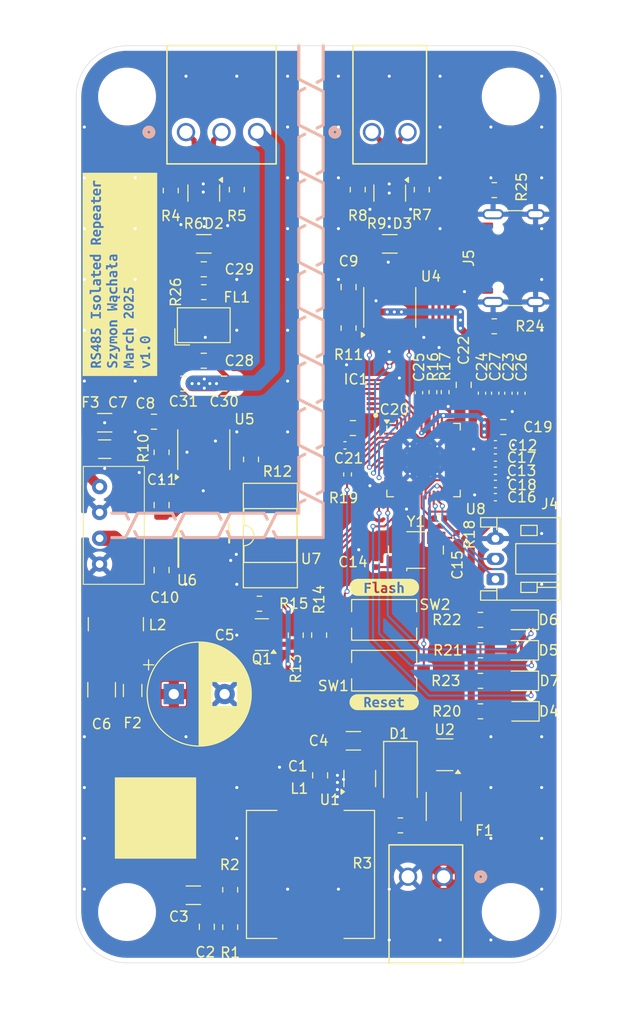
<source format=kicad_pcb>
(kicad_pcb (version 20240108) (generator "pcbnew") (generator_version "8.0")
  (title_block (title "RS485 Isolated repaeter") (date "2025-03-23") (rev "v1.0") (company "Szymon Wąchała"))
  (layers (0 "F.Cu" signal) (31 "B.Cu" signal) (34 "B.Paste" user) (35 "F.Paste" user) (36 "B.SilkS" user "B.Silkscreen") (37 "F.SilkS" user "F.Silkscreen") (38 "B.Mask" user) (39 "F.Mask" user) (44 "Edge.Cuts" user))
  (net 0 "")
  (net 1 "Net-(U1-SW)")
  (net 2 "Net-(U1-BOOT)")
  (net 3 "+3.3V")
  (net 4 "Net-(U1-FB)")
  (net 5 "GND")
  (net 6 "Net-(D1-K)")
  (net 7 "Net-(C5-Pad1)")
  (net 8 "+3.3V1")
  (net 9 "GND1")
  (net 10 "+1.1V")
  (net 11 "Net-(U8-XIN)")
  (net 12 "Net-(C15-Pad2)")
  (net 13 "Net-(U5-A)")
  (net 14 "Net-(U5-B)")
  (net 15 "Net-(C29-Pad1)")
  (net 16 "Net-(C29-Pad2)")
  (net 17 "Earth")
  (net 18 "Net-(D1-A)")
  (net 19 "Net-(D2-K-Pad2)")
  (net 20 "Net-(D2-K-Pad1)")
  (net 21 "Net-(D3-K-Pad2)")
  (net 22 "Net-(D3-K-Pad1)")
  (net 23 "Net-(D4-A)")
  (net 24 "Net-(D5-A)")
  (net 25 "/Microcontroller/Transmision-1>2")
  (net 26 "Net-(D6-A)")
  (net 27 "/Microcontroller/Transmision-2>1")
  (net 28 "Net-(D7-A)")
  (net 29 "/Microcontroller/error")
  (net 30 "Net-(F1-Pad1)")
  (net 31 "Net-(U3-Vo+)")
  (net 32 "/Microcontroller/QSPI_SD2")
  (net 33 "/Microcontroller/QSPI_SD0")
  (net 34 "/Microcontroller/QSPI_SD1")
  (net 35 "/Microcontroller/QSPI_SS")
  (net 36 "/Microcontroller/QSPI_SCLK")
  (net 37 "/Microcontroller/QSPI_SD3")
  (net 38 "Net-(J4-Pin_2)")
  (net 39 "Net-(J4-Pin_1)")
  (net 42 "Net-(J5-CC1)")
  (net 44 "Net-(J5-CC2)")
  (net 45 "Net-(U3-Vi+)")
  (net 46 "Net-(Q1-B)")
  (net 47 "Net-(Q1-C)")
  (net 48 "Net-(U4-A)")
  (net 49 "Net-(U4-B)")
  (net 50 "Net-(U5-RO)")
  (net 51 "/Microcontroller/Rx1")
  (net 52 "Net-(U5-DE)")
  (net 53 "/Microcontroller/Dir2")
  (net 54 "/Microcontroller/USB-P")
  (net 55 "Net-(U8-USB_DP)")
  (net 56 "/Microcontroller/USB-N")
  (net 57 "Net-(U8-USB_DM)")
  (net 58 "Net-(U8-XOUT)")
  (net 59 "Net-(R19-Pad2)")
  (net 60 "/Microcontroller/RUN")
  (net 62 "/Microcontroller/Tx1")
  (net 63 "/Microcontroller/Dir1")
  (net 64 "Net-(U5-DI)")
  (net 65 "/Microcontroller/Tx2")
  (net 66 "/Microcontroller/Rx2")
  (net 88 "Net-(U2-D)")
  (footprint "Connector_USB:USB_C_Receptacle_GCT_USB4105-xx-A_16P_TopMnt_Horizontal" (layer "F.Cu") (at 160.824999 80.4 90)
    (property "Reference" "J5")
    (property "Value" "USB_C_Receptacle_USB2.0_16P" (hide yes))
  )
  (footprint "Button_Switch_SMD:SW_Tactile_SPST_NO_Straight_CK_PTS636Sx25SMTRLFS" (layer "F.Cu") (at 147 121)
    (property "Reference" "SW1")
    (property "Value" "SW_Push" (hide yes))
  )
  (footprint "Package_TO_SOT_SMD:SOT-23-3" (layer "F.Cu") (at 147.55 74 -90)
    (property "Reference" "D3")
    (property "Value" "SP0502BAHT" (hide yes))
  )
  (footprint "Fuse:Fuse_1812_4532Metric" (layer "F.Cu") (at 152.849999 134.3625 90)
    (property "Reference" "F1")
    (property "Value" "500mA, 30V" (hide yes))
  )
  (footprint "2091-1173:2091-1173" (layer "F.Cu") (at 127.499999 68)
    (property "Reference" "J6" (hide yes))
    (property "Value" "2091-1173" (hide yes))
  )
  (footprint "Capacitor_SMD:C_0402_1005Metric" (layer "F.Cu") (at 157.944999 101.325)
    (property "Reference" "C13")
    (property "Value" "100n" (hide yes))
  )
  (footprint "Capacitor_SMD:C_0402_1005Metric" (layer "F.Cu") (at 159.224999 93.695 90)
    (property "Reference" "C23")
    (property "Value" "100n" (hide yes))
  )
  (footprint "MD06P115:MD06P115" (layer "F.Cu") (at 152.962499 129.275 180)
    (property "Reference" "U2")
    (property "Value" "MD06P115" (hide yes))
  )
  (footprint "Resistor_SMD:R_0805_2012Metric" (layer "F.Cu") (at 157.832499 73.71 180)
    (property "Reference" "R25")
    (property "Value" "5.1k" (hide yes))
  )
  (footprint "MountingHole:MountingHole_2.7mm_M2.5" (layer "F.Cu") (at 121.7 144.75)
    (property "Reference" "H3" (hide yes))
    (property "Value" "M2.5" (hide yes))
  )
  (footprint "Capacitor_SMD:C_0402_1005Metric" (layer "F.Cu") (at 146.124999 110.325 -90)
    (property "Reference" "C14")
    (property "Value" "15p" (hide yes))
  )
  (footprint "kibuzzard-67E01C3D" (layer "F.Cu") (at 147 112.8)
    (property "Reference" "kibuzzard-67E01C3D" (hide yes))
    (property "Value" "G***" (hide yes))
  )
  (footprint "Button_Switch_SMD:SW_Tactile_SPST_NO_Straight_CK_PTS636Sx25SMTRLFS" (layer "F.Cu") (at 147 116 180)
    (property "Reference" "SW2")
    (property "Value" "SW_Push" (hide yes))
  )
  (footprint "Capacitor_SMD:C_0402_1005Metric" (layer "F.Cu") (at 157.944999 98.725)
    (property "Reference" "C12")
    (property "Value" "100n" (hide yes))
  )
  (footprint "2091-1172:2091-1172" (layer "F.Cu") (at 152.85 141.277302 180)
    (property "Reference" "J1" (hide yes))
    (property "Value" "2091-1172" (hide yes))
  )
  (footprint "Resistor_SMD:R_0805_2012Metric" (layer "F.Cu") (at 148.599999 136.225 180)
    (property "Reference" "R3")
    (property "Value" "100k" (hide yes))
  )
  (footprint "Capacitor_SMD:C_0402_1005Metric" (layer "F.Cu") (at 157.944999 103.925)
    (property "Reference" "C16")
    (property "Value" "100n" (hide yes))
  )
  (footprint "Capacitor_SMD:C_0805_2012Metric" (layer "F.Cu") (at 158.724999 97.025)
    (property "Reference" "C19")
    (property "Value" "2.2u" (hide yes))
  )
  (footprint "Capacitor_SMD:C_0402_1005Metric" (layer "F.Cu") (at 156.624999 93.695 90)
    (property "Reference" "C24")
    (property "Value" "100n" (hide yes))
  )
  (footprint "LED_SMD:LED_0805_2012Metric" (layer "F.Cu") (at 160.499999 122 180)
    (property "Reference" "D7")
    (property "Value" "LED" (hide yes))
  )
  (footprint "Capacitor_SMD:C_0402_1005Metric" (layer "F.Cu") (at 160.5 93.7 90)
    (property "Reference" "C26")
    (property "Value" "100n" (hide yes))
  )
  (footprint "Connector_JST:JST_PH_S3B-PH-K_1x03_P2.00mm_Horizontal" (layer "F.Cu") (at 157.949999 112 90)
    (property "Reference" "J4")
    (property "Value" "Conn_01x03_Socket" (hide yes))
  )
  (footprint "Resistor_SMD:R_0805_2012Metric" (layer "F.Cu") (at 156.474999 125 180)
    (property "Reference" "R20")
    (property "Value" "330R" (hide yes))
  )
  (footprint "Capacitor_SMD:C_1210_3225Metric" (layer "F.Cu") (at 119.2 122.875 -90)
    (property "Reference" "C6")
    (property "Value" "2.2u 100V" (hide yes))
  )
  (footprint "Resistor_SMD:R_0402_1005Metric" (layer "F.Cu") (at 153 93.59 90)
    (property "Reference" "R17")
    (property "Value" "27R" (hide yes))
  )
  (footprint "Resistor_SMD:R_0402_1005Metric" (layer "F.Cu") (at 143.4 101.69 -90)
    (property "Reference" "R19")
    (property "Value" "1k" (hide yes))
  )
  (footprint "Capacitor_SMD:C_0805_2012Metric" (layer "F.Cu") (at 129.249999 81.5 180)
    (property "Reference" "C29")
    (property "Value" "100p" (hide yes))
  )
  (footprint "Resistor_SMD:R_0805_2012Metric" (layer "F.Cu") (at 129.249999 83.75 180)
    (property "Reference" "R26")
    (property "Value" "1M" (hide yes))
  )
  (footprint "LED_SMD:LED_0805_2012Metric" (layer "F.Cu") (at 160.562499 125 180)
    (property "Reference" "D4")
    (property "Value" "LED" (hide yes))
  )
  (footprint "Resistor_SMD:R_0805_2012Metric" (layer "F.Cu") (at 125.1 99.5125 90)
    (property "Reference" "R10")
    (property "Value" "10k" (hide yes))
  )
  (footprint "Capacitor_SMD:C_0805_2012Metric" (layer "F.Cu") (at 131.249999 92.75)
    (property "Reference" "C30")
    (property "Value" "100p" (hide yes))
  )
  (footprint "Resistor_SMD:R_0805_2012Metric" (layer "F.Cu") (at 156.474999 116 180)
    (property "Reference" "R22")
    (property "Value" "330R" (hide yes))
  )
  (footprint "Capacitor_SMD:C_0805_2012Metric" (layer "F.Cu") (at 129.249999 90.5)
    (property "Reference" "C28")
    (property "Value" "100p" (hide yes))
  )
  (footprint "Capacitor_SMD:C_0402_1005Metric" (layer "F.Cu") (at 143.144999 98.825)
    (property "Reference" "C21")
    (property "Value" "100n" (hide yes))
  )
  (footprint "Resistor_SMD:R_0805_2012Metric" (layer "F.Cu") (at 133.899999 100.2125 90)
    (property "Reference" "R12")
    (property "Value" "4.7k" (hide yes))
  )
  (footprint "Capacitor_SMD:C_0402_1005Metric" (layer "F.Cu") (at 154.124999 107.925 90)
    (property "Reference" "C15")
    (property "Value" "15p" (hide yes))
  )
  (footprint "LED_SMD:LED_0805_2012Metric" (layer "F.Cu") (at 160.499999 116 180)
    (property "Reference" "D6")
    (property "Value" "LED" (hide yes))
  )
  (footprint "Resistor_SMD:R_0805_2012Metric" (layer "F.Cu") (at 138.299999 117.5125 90)
    (property "Reference" "R13")
    (property "Value" "4.7k" (hide yes))
  )
  (footprint "LED_SMD:LED_0805_2012Metric" (layer "F.Cu") (at 160.499999 119 180)
    (property "Reference" "D5")
    (property "Value" "LED" (hide yes))
  )
  (footprint "Resistor_SMD:R_0805_2012Metric" (layer "F.Cu") (at 131.849999 146.2375 90)
    (property "Reference" "R1")
    (property "Value" "100k" (hide yes))
  )
  (footprint "Capacitor_SMD:C_0402_1005Metric" (layer "F.Cu") (at 157.944999 102.625)
    (property "Reference" "C18")
    (property "Value" "100n" (hide yes))
  )
  (footprint "Capacitor_THT:CP_Radial_D10.0mm_P5.00mm" (layer "F.Cu") (at 126.3 123.3)
    (property "Reference" "C5")
    (property "Value" "100u 100V" (hide yes))
  )
  (footprint "Resistor_SMD:R_0805_2012Metric" (layer "F.Cu") (at 132.499999 73.6625 90)
    (property "Reference" "R5")
    (property "Value" "4.7R" (hide yes))
  )
  (footprint "Capacitor_SMD:C_1206_3216Metric" (layer "F.Cu") (at 119.5 96.6)
    (property "Reference" "C7")
    (property "Value" "10u" (hide yes))
  )
  (footprint "Capacitor_SMD:C_0805_2012Metric" (layer "F.Cu") (at 143.924999 97.125)
    (property "Reference" "C20")
    (property "Value" "1u" (hide yes))
  )
  (footprint "Capacitor_SMD:C_0805_2012Metric" (layer "F.Cu") (at 140.7 131.3 -90)
    (property "Reference" "C1")
    (property "Value" "100n" (hide yes))
  )
  (footprint "MountingHole:MountingHole_2.7mm_M2.5" (layer "F.Cu") (at 159.45 144.75)
    (property "Reference" "H4" (hide yes))
    (property "Value" "M2.5" (hide yes))
  )
  (footprint "Resistor_SMD:R_0805_2012Metric" (layer "F.Cu") (at 134.729999 114.41)
    (property "Reference" "R15")
    (property "Value" "180R" (hide yes))
  )
  (footprint "Capacitor_SMD:C_0805_2012Metric" (layer "F.Cu") (at 124.35 96.5)
    (property "Reference" "C8")
    (property "Value" "100n" (hide yes))
  )
  (footprint "Capacitor_SMD:C_1206_3216Metric" (layer "F.Cu") (at 128.225 143.1 180)
    (property "Reference" "C3")
    (property "Value" "47u" (hide yes))
  )
  (footprint "Resistor_SMD:R_0805_2012Metric" (layer "F.Cu") (at 125.999999 73.75 90)
    (property "Reference" "R4")
    (property "Value" "4.7R" (hide yes))
  )
  (footprint "Resistor_SMD:R_1206_3216Metric" (layer "F.Cu") (at 129.249999 79)
    (property "Reference" "R6")
    (property "Value" "120R" (hide yes))
  )
  (footprint "Resistor_SMD:R_1206_3216Metric" (layer "F.Cu") (at 147.55 79)
    (property "Reference" "R9")
    (property "Value" "120R" (hide yes))
  )
  (footprint "Inductor_SMD:L_Ferrocore_DLG-0504" (layer "F.Cu") (at 120.6 116.425 90)
    (property "Reference" "L2")
    (property "Value" "18u" (hide yes))
  )
  (footprint "Resistor_SMD:R_0805_2012Metric" (layer "F.Cu") (at 140.599999 117.5 -90)
    (property "Reference" "R14")
    (property "Value" "1k" (hide yes))
  )
  (footprint "Fuse:Fuse_1206_3216Metric" (layer "F.Cu") (at 119.5 99.2)
    (property "Reference" "F3")
    (property "Value" "0.5A" (hide yes))
  )
  (footprint "Package_TO_SOT_SMD:SOT-23" (layer "F.Cu") (at 134.962499 117.45 180)
    (property "Reference" "Q1")
    (property "Value" "BC817" (hide yes))
  )
  (footprint "Fuse:Fuse_1206_3216Metric" (layer "F.Cu") (at 122.25 122.95 90)
    (property "Reference" "F2")
    (property "Value" "0.5A" (hide yes))
  )
  (footprint "Inductor_SMD:L_12x12mm_H4.5mm" (layer "F.Cu") (at 139.749999 141.05 -90)
    (property "Reference" "L1")
    (property "Value" "10u" (hide yes))
  )
  (footprint "Capacitor_SMD:C_0805_2012Metric" (layer "F.Cu") (at 127.249999 92.75)
    (property "Reference" "C31")
    (property "Value" "100p" (hide yes))
  )
  (footprint "Resistor_SMD:R_0805_2012Metric" (layer "F.Cu") (at 143.5 87.2875 90)
    (property "Reference" "R11")
    (property "Value" "10k" (hide yes))
  )
  (footprint "Diode_SMD:D_SMA" (layer "F.Cu") (at 148.599999 131.475 -90)
    (property "Reference" "D1")
    (property "Value" "12V" (hide yes))
  )
  (footprint "ISO7721D:ISO7721D" (layer "F.Cu") (at 129.249999 107.5 90)
    (property "Reference" "U6")
    (property "Value" "ISO7721D" (hide yes))
  )
  (footprint "Resistor_SMD:R_0805_2012Metric" (layer "F.Cu") (at 156.474999 122 180)
    (property "Reference" "R23")
    (property "Value" "330R" (hide yes))
  )
  (footprint "AM1S-0303SZ:SON50P300X200X60-9N" (layer "F.Cu") (at 119 106.7 90)
    (property "Reference" "U3" (hide yes))
    (property "Value" "AM1S-0303SZ" (hide yes))
  )
  (footprint "Resistor_SMD:R_0805_2012Metric" (layer "F.Cu") (at 150.7 73.6625 90)
    (property "Reference" "R7")
    (property "Value" "10R" (hide yes))
  )
  (footprint "Inductor_SMD:L_CommonModeChoke_Coilcraft_1812CAN" (layer "F.Cu") (at 129.249999 87 90)
    (property "Reference" "FL1")
    (property "Value" "100uH" (hide yes))
  )
  (footprint "Capacitor_SMD:C_0805_2012Metric" (layer "F.Cu") (at 154.824999 92.875 90)
    (property "Reference" "C22")
    (property "Value" "2.2u" (hide yes))
  )
  (footprint "Resistor_SMD:R_0805_2012Metric" (layer "F.Cu") (at 156.474999 119 180)
    (property "Reference" "R21")
    (property "Value" "330R" (hide yes))
  )
  (footprint "Capacitor_SMD:C_0805_2012Metric" (layer "F.Cu") (at 125.1 111.1 90)
    (property "Reference" "C10")
    (property "Value" "100n" (hide yes))
  )
  (footprint "Crystal:Crystal_SMD_Abracon_ABM3B-4Pin_5.0x3.2mm" (layer "F.Cu") (at 150.124999 109.125)
    (property "Reference" "Y1")
    (property "Value" "ABM8-272-T3" (hide yes))
  )
  (footprint "MountingHole:MountingHole_2.7mm_M2.5" (layer "F.Cu") (at 159.45 64.5)
    (property "Reference" "H1" (hide yes))
    (property "Value" "M2.5" (hide yes))
  )
  (footprint "Package_DFN_QFN:QFN-56-1EP_7x7mm_P0.4mm_EP3.2x3.2mm_ThermalVias" (layer "F.Cu") (at 150.874999 100.275)
    (property "Reference" "U8")
    (property "Value" "RP2040" (hide yes))
  )
  (footprint "kibuzzard-67E01B78" (layer "F.Cu") (at 121 82 90)
    (property "Reference" "kibuzzard-67E01B78" (hide yes))
    (property "Value" "G***" (hide yes))
  )
  (footprint "Capacitor_SMD:C_0805_2012Metric" (layer "F.Cu") (at 129.549999 146.2 -90)
    (property "Reference" "C2")
    (property "Value" "100n" (hide yes))
  )
  (footprint "Package_TO_SOT_SMD:SOT-23-3" (layer "F.Cu") (at 129.249999 74 -90)
    (property "Reference" "D2")
    (property "Value" "SP0502BAHT" (hide yes))
  )
  (footprint "Package_TO_SOT_SMD:SOT-23-6" (layer "F.Cu") (at 144.599999 131.6125 90)
    (property "Reference" "U1")
    (property "Value" "TPS54202DDC" (hide yes))
  )
  (footprint "Capacitor_SMD:C_0805_2012Metric" (layer "F.Cu") (at 125.1 104.7 90)
    (property "Reference" "C11")
    (property "Value" "100n" (hide yes))
  )
  (footprint "Resistor_SMD:R_0402_1005Metric" (layer "F.Cu") (at 151.8 93.59 -90)
    (property "Reference" "R16")
    (property "Value" "27R" (hide yes))
  )
  (footprint "Resistor_SMD:R_0805_2012Metric" (layer "F.Cu") (at 157.832499 87.11 180)
    (property "Reference" "R24")
    (property "Value" "5.1k" (hide yes))
  )
  (footprint "Capacitor_SMD:C_0805_2012Metric" (layer "F.Cu") (at 143.5 83.25 -90)
    (property "Reference" "C9")
    (property "Value" "100n" (hide yes))
  )
  (footprint "kibuzzard-67E01C2F" (layer "F.Cu") (at 147 124.1)
    (property "Reference" "kibuzzard-67E01C2F" (hide yes))
    (property "Value" "G***" (hide yes))
  )
  (footprint "Capacitor_SMD:C_0402_1005Metric" (layer "F.Cu") (at 157.944999 100.025)
    (property "Reference" "C17")
    (property "Value" "100n" (hide yes))
  )
  (footprint "Resistor_SMD:R_0805_2012Metric" (layer "F.Cu") (at 131.849999 142.5625 90)
    (property "Reference" "R2")
    (property "Value" "22.1k" (hide yes))
  )
  (footprint "Resistor_SMD:R_0805_2012Metric" (layer "F.Cu") (at 144.4 73.6625 -90)
    (property "Reference" "R8")
    (property "Value" "10R" (hide yes))
  )
  (footprint "MountingHole:MountingHole_2.7mm_M2.5" (layer "F.Cu") (at 121.7 64.5)
    (property "Reference" "H2" (hide yes))
    (property "Value" "M2.5" (hide yes))
  )
  (footprint "Capacitor_SMD:C_0402_1005Metric" (layer "F.Cu") (at 150.424999 93.645 90)
    (property "Reference" "C25")
    (property "Value" "100n" (hide yes))
  )
  (footprint "Capacitor_SMD:C_0402_1005Metric" (layer "F.Cu") (at 157.924999 93.695 90)
    (property "Reference" "C27")
    (property "Value" "100n" (hide yes))
  )
  (footprint "2091-1172:2091-1172" (layer "F.Cu") (at 145.8 68)
    (property "Reference" "J2" (hide yes))
    (property "Value" "2091-1172" (hide yes))
  )
  (footprint "Capacitor_SMD:C_1206_3216Metric" (layer "F.Cu") (at 143.974999 127.9)
    (property "Reference" "C4")
    (property "Value" "10u" (hide yes))
  )
  (footprint "W25Q16JVUXIQ_TR:SON50P300X200X60-9N" (layer "F.Cu") (at 144.324999 94.475 180)
    (property "Reference" "IC1")
    (property "Value" "W25Q16JVUXIQ_TR" (hide yes))
  )
  (footprint "Package_SO:SOIC-8_3.9x4.9mm_P1.27mm" (layer "F.Cu") (at 129.249999 99.25 90)
    (property "Reference" "U5")
    (property "Value" "THVD1400D" (hide yes))
  )
  (footprint "Package_DIP:DIP-4_W7.62mm_SMDSocket_SmallPads" (layer "F.Cu") (at 135.799999 107.7 90)
    (property "Reference" "U7")
    (property "Value" "PC817" (hide yes))
  )
  (footprint "Package_SO:SOIC-8_3.9x4.9mm_P1.27mm" (layer "F.Cu") (at 147.55 85.25 90)
    (property "Reference" "U4")
    (property "Value" "THVD1400D" (hide yes))
  )
  (footprint "Resistor_SMD:R_0402_1005Metric" (layer "F.Cu") (at 152.434999 106.025)
    (property "Reference" "R18")
    (property "Value" "1k" (hide yes))
  )
  (gr_line (start 141 68.5) (end 138.6 67.3) (stroke (width 0.3)) (layer "B.SilkS"))
  (gr_line (start 121.575 105.5) (end 120.2 105.5) (stroke (width 0.3)) (layer "B.SilkS"))
  (gr_line (start 121.55 105.5) (end 121.85 106.1) (stroke (width 0.3)) (layer "B.SilkS"))
  (gr_line (start 138.6 73) (end 139.2 72.7) (stroke (width 0.3)) (layer "B.SilkS"))
  (gr_line (start 141 103.3) (end 140.4 103.6) (stroke (width 0.3)) (layer "B.SilkS"))
  (gr_line (start 140.4 85.6) (end 141 85.3) (stroke (width 0.3)) (layer "B.SilkS"))
  (gr_line (start 138.6 89.8) (end 141 91) (stroke (width 0.3)) (layer "B.SilkS"))
  (gr_line (start 138.6 105.5) (end 136.4 105.5) (stroke (width 0.3)) (layer "B.SilkS"))
  (gr_line (start 139.2 104.2) (end 138.6 104.5) (stroke (width 0.3)) (layer "B.SilkS"))
  (gr_line (start 135.2 105.5) (end 135.5 106.1) (stroke (width 0.3)) (layer "B.SilkS"))
  (gr_line (start 126.15 105.5) (end 126.45 106.1) (stroke (width 0.3)) (layer "B.SilkS"))
  (gr_line (start 140.4 81.1) (end 141 80.8) (stroke (width 0.3)) (layer "B.SilkS"))
  (gr_line (start 130.675 105.5) (end 127.325 105.5) (stroke (width 0.3)) (layer "B.SilkS"))
  (gr_line (start 141 104.5) (end 138.6 103.3) (stroke (width 0.3)) (layer "B.SilkS"))
  (gr_line (start 127.35 105.5) (end 126.15 107.9) (stroke (width 0.3)) (layer "B.SilkS"))
  (gr_line (start 126.15 105.5) (end 122.8 105.5) (stroke (width 0.3)) (layer "B.SilkS"))
  (gr_line (start 135.175 107.9) (end 131.825 107.9) (stroke (width 0.3)) (layer "B.SilkS"))
  (gr_line (start 138.6 62.8) (end 141 64) (stroke (width 0.3)) (layer "B.SilkS"))
  (gr_line (start 138.6 82) (end 139.2 81.7) (stroke (width 0.3)) (layer "B.SilkS"))
  (gr_line (start 140.4 99.1) (end 141 98.8) (stroke (width 0.3)) (layer "B.SilkS"))
  (gr_line (start 141 107.9) (end 136.4 107.9) (stroke (width 0.3)) (layer "B.SilkS"))
  (gr_line (start 138.6 100) (end 139.2 99.7) (stroke (width 0.3)) (layer "B.SilkS"))
  (gr_line (start 131.85 105.5) (end 130.65 107.9) (stroke (width 0.3)) (layer "B.SilkS"))
  (gr_line (start 138.6 59.5) (end 138.6 105.5) (stroke (width 0.3) (type dash)) (layer "B.SilkS"))
  (gr_line (start 130.65 105.5) (end 130.95 106.1) (stroke (width 0.3)) (layer "B.SilkS"))
  (gr_line (start 140.4 72.1) (end 141 71.8) (stroke (width 0.3)) (layer "B.SilkS"))
  (gr_line (start 138.6 80.8) (end 141 82) (stroke (width 0.3)) (layer "B.SilkS"))
  (gr_line (start 138.6 95.5) (end 139.2 95.2) (stroke (width 0.3)) (layer "B.SilkS"))
  (gr_line (start 122.45 107.3) (end 122.75 107.9) (stroke (width 0.3)) (layer "B.SilkS"))
  (gr_line (start 138.6 85.3) (end 141 86.5) (stroke (width 0.3)) (layer "B.SilkS"))
  (gr_line (start 138.6 64) (end 139.2 63.7) (stroke (width 0.3)) (layer "B.SilkS"))
  (gr_line (start 130.65 107.9) (end 127.3 107.9) (stroke (width 0.3)) (layer "B.SilkS"))
  (gr_line (start 141 59.5) (end 141 108) (stroke (width 0.3) (type dash)) (layer "B.SilkS"))
  (gr_line (start 138.6 76.3) (end 141 77.5) (stroke (width 0.3)) (layer "B.SilkS"))
  (gr_line (start 138.6 86.5) (end 139.2 86.2) (stroke (width 0.3)) (layer "B.SilkS"))
  (gr_line (start 141 67.3) (end 140.4 67.6) (stroke (width 0.3)) (layer "B.SilkS"))
  (gr_line (start 127.05 107.3) (end 127.35 107.9) (stroke (width 0.3)) (layer "B.SilkS"))
  (gr_line (start 126.15 107.9) (end 122.8 107.9) (stroke (width 0.3)) (layer "B.SilkS"))
  (gr_line (start 138.6 77.5) (end 139.2 77.2) (stroke (width 0.3)) (layer "B.SilkS"))
  (gr_line (start 136.1 107.3) (end 136.4 107.9) (stroke (width 0.3)) (layer "B.SilkS"))
  (gr_line (start 138.6 98.8) (end 141 100) (stroke (width 0.3)) (layer "B.SilkS"))
  (gr_line (start 140.4 94.6) (end 141 94.3) (stroke (width 0.3)) (layer "B.SilkS"))
  (gr_line (start 136.4 105.5) (end 135.2 107.9) (stroke (width 0.3)) (layer "B.SilkS"))
  (gr_line (start 138.6 71.8) (end 141 73) (stroke (width 0.3)) (layer "B.SilkS"))
  (gr_line (start 139.2 68.2) (end 138.6 68.5) (stroke (width 0.3)) (layer "B.SilkS"))
  (gr_line (start 140.4 63.1) (end 141 62.8) (stroke (width 0.3)) (layer "B.SilkS"))
  (gr_line (start 138.6 91) (end 139.2 90.7) (stroke (width 0.3)) (layer "B.SilkS"))
  (gr_line (start 140.4 76.6) (end 141 76.3) (stroke (width 0.3)) (layer "B.SilkS"))
  (gr_line (start 121.55 107.9) (end 120.2 107.9) (stroke (width 0.3)) (layer "B.SilkS"))
  (gr_line (start 131.55 107.3) (end 131.85 107.9) (stroke (width 0.3)) (layer "B.SilkS"))
  (gr_line (start 122.75 105.5) (end 121.55 107.9) (stroke (width 0.3)) (layer "B.SilkS"))
  (gr_line (start 135.2 105.5) (end 131.85 105.5) (stroke (width 0.3)) (layer "B.SilkS"))
  (gr_line (start 138.6 94.3) (end 141 95.5) (stroke (width 0.3)) (layer "B.SilkS"))
  (gr_line (start 140.4 90.1) (end 141 89.8) (stroke (width 0.3)) (layer "B.SilkS"))
  (gr_line (start 140.4 72.1) (end 141 71.8) (stroke (width 0.3)) (layer "F.SilkS"))
  (gr_line (start 140.4 90.1) (end 141 89.8) (stroke (width 0.3)) (layer "F.SilkS"))
  (gr_line (start 138.6 71.8) (end 141 73) (stroke (width 0.3)) (layer "F.SilkS"))
  (gr_line (start 140.4 76.6) (end 141 76.3) (stroke (width 0.3)) (layer "F.SilkS"))
  (gr_line (start 138.6 59.5) (end 138.6 102) (stroke (width 0.3) (type dash)) (layer "F.SilkS"))
  (gr_line (start 138.6 98.8) (end 141 100) (stroke (width 0.3)) (layer "F.SilkS"))
  (gr_line (start 138.6 76.3) (end 141 77.5) (stroke (width 0.3)) (layer "F.SilkS"))
  (gr_line (start 138.6 62.8) (end 141 64) (stroke (width 0.3)) (layer "F.SilkS"))
  (gr_line (start 138.6 94.3) (end 141 95.5) (stroke (width 0.3)) (layer "F.SilkS"))
  (gr_line (start 140.4 81.1) (end 141 80.8) (stroke (width 0.3)) (layer "F.SilkS"))
  (gr_line (start 140.4 63.1) (end 141 62.8) (stroke (width 0.3)) (layer "F.SilkS"))
  (gr_line (start 138.6 73) (end 139.2 72.7) (stroke (width 0.3)) (layer "F.SilkS"))
  (gr_line (start 138.6 67.3) (end 141 68.5) (stroke (width 0.3)) (layer "F.SilkS"))
  (gr_line (start 138.6 77.5) (end 139.2 77.2) (stroke (width 0.3)) (layer "F.SilkS"))
  (gr_line (start 141 59.5) (end 141 108) (stroke (width 0.3) (type dash)) (layer "F.SilkS"))
  (gr_line (start 140.4 94.6) (end 141 94.3) (stroke (width 0.3)) (layer "F.SilkS"))
  (gr_line (start 138.6 95.5) (end 139.2 95.2) (stroke (width 0.3)) (layer "F.SilkS"))
  (gr_line (start 140.4 99.1) (end 141 98.8) (stroke (width 0.3)) (layer "F.SilkS"))
  (gr_line (start 138.6 91) (end 139.2 90.7) (stroke (width 0.3)) (layer "F.SilkS"))
  (gr_rect (start 120.5 131.5) (end 128.5 139.5) (fill solid) (layer "F.SilkS"))
  (gr_line (start 138.6 64) (end 139.2 63.7) (stroke (width 0.3)) (layer "F.SilkS"))
  (gr_line (start 138.6 89.8) (end 141 91) (stroke (width 0.3)) (layer "F.SilkS"))
  (gr_line (start 138.6 86.5) (end 139.2 86.2) (stroke (width 0.3)) (layer "F.SilkS"))
  (gr_line (start 138.6 82) (end 139.2 81.7) (stroke (width 0.3)) (layer "F.SilkS"))
  (gr_line (start 138.6 68.5) (end 139.2 68.2) (stroke (width 0.3)) (layer "F.SilkS"))
  (gr_line (start 140.4 85.6) (end 141 85.3) (stroke (width 0.3)) (layer "F.SilkS"))
  (gr_line (start 138.6 80.8) (end 141 82) (stroke (width 0.3)) (layer "F.SilkS"))
  (gr_line (start 138.6 85.3) (end 141 86.5) (stroke (width 0.3)) (layer "F.SilkS"))
  (gr_line (start 140.4 67.6) (end 141 67.3) (stroke (width 0.3)) (layer "F.SilkS"))
  (gr_line (start 138.6 100) (end 139.2 99.7) (stroke (width 0.3)) (layer "F.SilkS"))
  (gr_line (start 121.7 59.5) (end 159.45 59.5) (stroke (width 0.05)) (layer "Edge.Cuts"))
  (gr_arc (start 121.7 149.75) (mid 118.164466 148.285534) (end 116.7 144.75) (stroke (width 0.05)) (layer "Edge.Cuts"))
  (gr_line (start 116.7 144.75) (end 116.7 64.5) (stroke (width 0.05)) (layer "Edge.Cuts"))
  (gr_arc (start 116.7 64.5) (mid 118.164466 60.964466) (end 121.7 59.5) (stroke (width 0.05)) (layer "Edge.Cuts"))
  (gr_arc (start 164.45 144.75) (mid 162.985534 148.285534) (end 159.45 149.75) (stroke (width 0.05)) (layer "Edge.Cuts"))
  (gr_arc (start 159.45 59.5) (mid 162.985534 60.964466) (end 164.45 64.5) (stroke (width 0.05)) (layer "Edge.Cuts"))
  (gr_line (start 159.45 149.75) (end 121.7 149.75) (stroke (width 0.05)) (layer "Edge.Cuts"))
  (gr_line (start 164.45 64.5) (end 164.45 144.75) (stroke (width 0.05)) (layer "Edge.Cuts"))
  (segment (start 143.524999 130.35) (end 143.649999 130.475) (width 0.5) (layer "F.Cu") (net 2))
  (segment (start 140.7 130.35) (end 143.524999 130.35) (width 0.5) (layer "F.Cu") (net 2))
  (segment (start 153.574999 101.675001) (end 153.574999 101.275) (width 0.2) (layer "F.Cu") (net 3))
  (segment (start 151.474999 97.507107) (end 151.474999 96.8375) (width 0.2) (layer "F.Cu") (net 3))
  (segment (start 154.5 86.35) (end 154.5 85.7) (width 0.7) (layer "F.Cu") (net 3))
  (segment (start 156.95 89.75) (end 154.5 87.3) (width 0.7) (layer "F.Cu") (net 3))
  (segment (start 152.003639 102.25) (end 153 102.25) (width 0.2) (layer "F.Cu") (net 3))
  (segment (start 148.45 100.796359) (end 148.45 97.675) (width 0.2) (layer "F.Cu") (net 3))
  (segment (start 136.45 125) (end 155.562499 125) (width 1.5) (layer "F.Cu") (net 3))
  (segment (start 150.467892 98.1) (end 150.882106 98.1) (width 0.2) (layer "F.Cu") (net 3))
  (segment (start 142.209313 95.225) (end 141.3 94.315687) (width 0.2) (layer "F.Cu") (net 3))
  (segment (start 126.75 138.5) (end 126.75 134.7) (width 1.5) (layer "F.Cu") (net 3))
  (segment (start 141.3 94.315687) (end 141.3 88.575) (width 0.2) (layer "F.Cu") (net 3))
  (segment (start 145.645 83.455) (end 144.9 84.2) (width 0.5) (layer "F.Cu") (net 3))
  (segment (start 144.175 85.7) (end 143.5 86.375) (width 0.7) (layer "F.Cu") (net 3))
  (segment (start 161.75 95.43) (end 161.75 102.15) (width 0.7) (layer "F.Cu") (net 3))
  (segment (start 126.75 134.7) (end 136.45 125) (width 1.5) (layer "F.Cu") (net 3))
  (segment (start 142.974999 95.275) (end 142.924999 95.225) (width 0.2) (layer "F.Cu") (net 3))
  (segment (start 153.574999 97.875001) (end 153.775 97.675) (width 0.2) (layer "F.Cu") (net 3))
  (segment (start 155.562499 125) (end 155.562499 116) (width 0.7) (layer "F.Cu") (net 3))
  (segment (start 125.544999 112.05) (end 127.344999 110.25) (width 0.5) (layer "F.Cu") (net 3))
  (segment (start 142.974999 98.515) (end 142.664999 98.825) (width 0.2) (layer "F.Cu") (net 3))
  (segment (start 147.437499 101.275) (end 147.971359 101.275) (width 0.2) (layer "F.Cu") (net 3))
  (segment (start 126.75 138.5) (end 126.75 143.1) (width 1.5) (layer "F.Cu") (net 3))
  (segment (start 148.45 97.675) (end 150.042892 97.675) (width 0.2) (layer "F.Cu") (net 3))
  (segment (start 145.645 82.775) (end 145.645 83.455) (width 0.5) (layer "F.Cu") (net 3))
  (segment (start 150.882106 98.1) (end 151.474999 97.507107) (width 0.2) (layer "F.Cu") (net 3))
  (segment (start 159.85 89.75) (end 156.95 89.75) (width 0.7) (layer "F.Cu") (net 3))
  (segment (start 143.5 86.375) (end 143.5 84.2) (width 0.5) (layer "F.Cu") (net 3))
  (segment (start 160.5 94.18) (end 161.75 95.43) (width 0.7) (layer "F.Cu") (net 3))
  (segment (start 122.25 132.25) (end 126.75 136.75) (width 1.5) (layer "F.Cu") (net 3))
  (segment (start 144.9 84.2) (end 143.5 84.2) (width 0.5) (layer "F.Cu") (net 3))
  (segment (start 141.3 88.575) (end 143.5 86.375) (width 0.2) (layer "F.Cu") (net 3))
  (segment (start 137.01 114.41) (end 137.55 114.95) (width 0.5) (layer "F.Cu") (net 3))
  (segment (start 150.042892 97.675) (end 150.467892 98.1) (width 0.2) (layer "F.Cu") (net 3))
  (segment (start 161.75 102.15) (end 155.562499 108.337501) (width 0.7) (layer "F.Cu") (net 3))
  (segment (start 147.971359 101.275) (end 148.45 100.796359) (width 0.2) (layer "F.Cu") (net 3))
  (segment (start 137.55 120.35) (end 137.55 122.3) (width 0.5) (layer "F.Cu") (net 3))
  (segment (start 122.25 124.35) (end 122.25 132.25) (width 1.5) (layer "F.Cu") (net 3))
  (segment (start 125.1 112.05) (end 125.544999 112.05) (width 0.5) (layer "F.Cu") (net 3))
  (segment (start 151.074999 103.7125) (end 151.074999 103.17864) (width 0.2) (layer "F.Cu") (net 3))
  (segment (start 142.974999 97.125) (end 142.974999 98.515) (width 0.2) (layer "F.Cu") (net 3))
  (segment (start 135.642499 114.41) (end 137.01 114.41) (width 0.5) (layer "F.Cu") (net 3))
  (segment (start 137.55 122.3) (end 136.45 123.4) (width 0.5) (layer "F.Cu") (net 3))
  (segment (start 154.5 87.3) (end 154.5 86.35) (width 0.7) (layer "F.Cu") (net 3))
  (segment (start 142.924999 95.225) (end 142.209313 95.225) (width 0.2) (layer "F.Cu") (net 3))
  (segment (start 136.45 125) (end 136.45 123.4) (width 0.5) (layer "F.Cu") (net 3))
  (segment (start 148.7 85.7) (end 148 85.7) (width 0.7) (layer "F.Cu") (net 3))
  (segment (start 136.45 123.4) (end 125.1 112.05) (width 0.5) (layer "F.Cu") (net 3))
  (segment (start 153.574999 101.275) (end 153.778639 101.275) (width 0.2) (layer "F.Cu") (net 3))
  (segment (start 161.75 91.65) (end 159.85 89.75) (width 0.7) (layer "F.Cu") (net 3))
  (segment (start 151.074999 103.17864) (end 152.003639 102.25) (width 0.2) (layer "F.Cu") (net 3))
  (segment (start 153 102.25) (end 153.574999 101.675001) (width 0.2) (layer "F.Cu") (net 3))
  (segment (start 126.75 136.75) (end 126.75 138.5) (width 1.5) (layer "F.Cu") (net 3))
  (segment (start 142.974999 97.125) (end 142.974999 95.275) (width 0.2) (layer "F.Cu") (net 3))
  (segment (start 161.75 95.43) (end 161.75 91.65) (width 0.7) (layer "F.Cu") (net 3))
  (segment (start 147.3 85.7) (end 144.175 85.7) (width 0.7) (layer "F.Cu") (net 3))
  (segment (start 153.778639 101.275) (end 154.312499 101.275) (width 0.2) (layer "F.Cu") (net 3))
  (segment (start 148 85.7) (end 147.3 85.7) (width 0.7) (layer "F.Cu") (net 3))
  (segment (start 153.574999 101.275) (end 153.574999 97.875001) (width 0.2) (layer "F.Cu") (net 3))
  (segment (start 155.562499 108.337501) (end 155.562499 116) (width 0.7) (layer "F.Cu") (net 3))
  (segment (start 153.775 97.675) (end 154.312499 97.675) (width 0.2) (layer "F.Cu") (net 3))
  (segment (start 147.437499 97.675) (end 148.45 97.675) (width 0.2) (layer "F.Cu") (net 3))
  (via (at 137.55 114.95) (size 0.5) (drill 0.3) (layers "F.Cu" "B.Cu") (net 3))
  (via (at 148.7 85.7) (size 0.5) (drill 0.3) (layers "F.Cu" "B.Cu") (net 3))
  (via (at 148 85.7) (size 0.5) (drill 0.3) (layers "F.Cu" "B.Cu") (net 3))
  (via (at 154.5 85.7) (size 0.5) (drill 0.3) (layers "F.Cu" "B.Cu") (net 3))
  (via (at 154.5 86.5) (size 0.5) (drill 0.3) (layers "F.Cu" "B.Cu") (net 3))
  (via (at 137.55 120.35) (size 0.5) (drill 0.3) (layers "F.Cu" "B.Cu") (net 3))
  (via (at 154.5 87.3) (size 0.5) (drill 0.3) (layers "F.Cu" "B.Cu") (net 3))
  (via (at 147.3 85.7) (size 0.5) (drill 0.3) (layers "F.Cu" "B.Cu") (net 3))
  (segment (start 148.7 85.7) (end 147.3 85.7) (width 0.7) (layer "B.Cu") (net 3))
  (segment (start 154.5 85.7) (end 154.5 86.35) (width 0.7) (layer "B.Cu") (net 3))
  (segment (start 154.5 86.35) (end 154.5 87.3) (width 0.7) (layer "B.Cu") (net 3))
  (segment (start 154.5 85.7) (end 148.7 85.7) (width 0.7) (layer "B.Cu") (net 3))
  (segment (start 137.55 114.95) (end 137.55 120.35) (width 0.5) (layer "B.Cu") (net 3))
  (segment (start 145.549999 129.812501) (end 145.037498 129.3) (width 0.5) (layer "F.Cu") (net 4))
  (segment (start 131.849999 144.950001) (end 131.849999 145.325) (width 0.5) (layer "F.Cu") (net 4))
  (segment (start 136 129.3) (end 134.1 131.2) (width 0.5) (layer "F.Cu") (net 4))
  (segment (start 134.1 131.2) (end 134.1 142.7) (width 0.5) (layer "F.Cu") (net 4))
  (segment (start 145.549999 130.475) (end 145.549999 129.812501) (width 0.5) (layer "F.Cu") (net 4))
  (segment (start 145.037498 129.3) (end 136 129.3) (width 0.5) (layer "F.Cu") (net 4))
  (segment (start 131.774999 145.25) (end 131.849999 145.325) (width 0.5) (layer "F.Cu") (net 4))
  (segment (start 134.1 142.7) (end 131.849999 144.950001) (width 0.5) (layer "F.Cu") (net 4))
  (segment (start 131.849999 145.325) (end 131.849999 143.475) (width 0.5) (layer "F.Cu") (net 4))
  (segment (start 129.549999 145.25) (end 131.774999 145.25) (width 0.5) (layer "F.Cu") (net 4))
  (segment (start 149.874999 103.7125) (end 149.874999 101.975) (width 0.2) (layer "F.Cu") (net 5))
  (segment (start 149.874999 103.7125) (end 149.874999 106.175) (width 0.2) (layer "F.Cu") (net 5))
  (segment (start 149.874999 106.175) (end 148.124999 107.925) (width 0.2) (layer "F.Cu") (net 5))
  (segment (start 144.324999 94.475) (end 145.074999 93.725) (width 0.2) (layer "F.Cu") (net 5))
  (segment (start 145.074999 93.725) (end 145.724999 93.725) (width 0.2) (layer "F.Cu") (net 5))
  (segment (start 149.874999 101.975) (end 149.524999 101.625) (width 0.2) (layer "F.Cu") (net 5))
  (via (at 155.8 99.2) (size 0.5) (drill 0.3) (layers "F.Cu" "B.Cu") (net 5))
  (via (at 132.5 132.5) (size 0.5) (drill 0.3) (layers "F.Cu" "B.Cu") (net 5))
  (via (at 142.5 72.5) (size 0.5) (drill 0.3) (layers "F.Cu" "B.Cu") (net 5))
  (via (at 152.5 147.5) (size 0.5) (drill 0.3) (layers "F.Cu" "B.Cu") (net 5))
  (via (at 144.5 109.1) (size 0.5) (drill 0.3) (layers "F.Cu" "B.Cu") (net 5))
  (via (at 147.5 142.5) (size 0.5) (drill 0.3) (layers "F.Cu" "B.Cu") (net 5))
  (via (at 162.5 112.5) (size 0.5) (drill 0.3) (layers "F.Cu" "B.Cu") (net 5))
  (via (at 132.5 137.5) (size 0.5) (drill 0.3) (layers "F.Cu" "B.Cu") (net 5))
  (via (at 142.5 77.5) (size 0.5) (drill 0.3) (layers "F.Cu" "B.Cu") (net 5))
  (via (at 127.5 112.5) (size 0.5) (drill 0.3) (layers "F.Cu" "B.Cu") (net 5))
  (via (at 162.5 82.5) (size 0.5) (drill 0.3) (layers "F.Cu" "B.Cu") (net 5))
  (via (at 162.5 87.5) (size 0.5) (drill 0.3) (layers "F.Cu" "B.Cu") (net 5))
  (via (at 150.9 88.2) (size 0.5) (drill 0.3) (layers "F.Cu" "B.Cu") (net 5))
  (via (at 149.2 105.1) (size 0.5) (drill 0.3) (layers "F.Cu" "B.Cu") (net 5))
  (via (at 117.5 127.5) (size 0.5) (drill 0.3) (layers "F.Cu" "B.Cu") (net 5))
  (via (at 142.5 82.5) (size 0.5) (drill 0.3) (layers "F.Cu" "B.Cu") (net 5))
  (via (at 147.4 80.8) (size 0.5) (drill 0.3) (layers "F.Cu" "B.Cu") (net 5))
  (via (at 157.5 67.5) (size 0.5) (drill 0.3) (layers "F.Cu" "B.Cu") (net 5))
  (via (at 127.5 127.5) (size 0.5) (drill 0.3) (layers "F.Cu" "B.Cu") (net 5))
  (via (at 155.9 103.7) (size 0.5) (drill 0.3) (layers "F.Cu" "B.Cu") (net 5))
  (via (at 157.5 137.5) (size 0.5) (drill 0.3) (layers "F.Cu" "B.Cu") (net 5))
  (via (at 147.5 147.5) (size 0.5) (drill 0.3) (layers "F.Cu" "B.Cu") (net 5))
  (via (at 153.3 95) (size 0.5) (drill 0.3) (layers "F.Cu" "B.Cu") (net 5))
  (via (at 157.5 72.5) (size 0.5) (drill 0.3) (layers "F.Cu" "B.Cu") (net 5))
  (via (at 146.2 84.6) (size 0.5) (drill 0.3) (layers "F.Cu" "B.Cu") (net 5))
  (via (at 159.6 95.5) (size 0.5) (drill 0.3) (layers "F.Cu" "B.Cu") (net 5))
  (via (at 132.5 117.5) (size 0.5) (drill 0.3) (layers "F.Cu" "B.Cu") (net 5))
  (via (at 162.5 137.5) (size 0.5) (drill 0.3) (layers "F.Cu" "B.Cu") (net 5))
  (via (at 162.5 107.5) (size 0.5) (drill 0.3) (layers "F.Cu" "B.Cu") (net 5))
  (via (at 147.5 74) (size 0.5) (drill 0.3) (layers "F.Cu" "B.Cu") (net 5))
  (via (at 143.3 90.9) (size 0.5) (drill 0.3) (layers "F.Cu" "B.Cu") (net 5))
  (via (at 152.5 72.5) (size 0.5) (drill 0.3) (layers "F.Cu" "B.Cu") (net 5))
  (via (at 148.5 92.2) (size 0.5) (drill 0.3) (layers "F.Cu" "B.Cu") (net 5))
  (via (at 157.5 127.5) (size 0.5) (drill 0.3) (layers "F.Cu" "B.Cu") (net 5))
  (via (at 152.5 67.5) (size 0.5) (drill 0.3) (layers "F.Cu" "B.Cu") (net 5))
  (via (at 162.5 127.5) (size 0.5) (drill 0.3) (layers "F.Cu" "B.Cu") (net 5))
  (via (at 132.45 109.55) (size 0.5) (drill 0.3) (layers "F.Cu" "B.Cu") (net 5))
  (via (at 159.7 98.8) (size 0.5) (drill 0.3) (layers "F.Cu" "B.Cu") (net 5))
  (via (at 136.7 130.5) (size 0.5) (drill 0.3) (layers "F.Cu" "B.Cu") (net 5))
  (via (at 142.5 67.5) (size 0.5) (drill 0.3) (layers "F.Cu" "B.Cu") (net 5))
  (via (at 147.5 76.5) (size 0.5) (drill 0.3) (layers "F.Cu" "B.Cu") (net 5))
  (via (at 131.9 110.15) (size 0.5) (drill 0.3) (layers "F.Cu" "B.Cu") (net 5))
  (via (at 149.6 75.6) (size 0.5) (drill 0.3) (layers "F.Cu" "B.Cu") (net 5))
  (via (at 142.5 62.5) (size 0.5) (drill 0.3) (layers "F.Cu" "B.Cu") (net 5))
  (via (at 162.5 62.5) (size 0.5) (drill 0.3) (layers "F.Cu" "B.Cu") (net 5))
  (via (at 147.5 62.5) (size 0.5) (drill 0.3) (layers "F.Cu" "B.Cu") (net 5))
  (via (at 152.5 77.5) (size 0.5) (drill 0.3) (layers "F.Cu" "B.Cu") (net 5))
  (via (at 137.5 142.5) (size 0.5) (drill 0.3) (layers "F.Cu" "B.Cu") (net 5))
  (via (at 142.4 132) (size 0.5) (drill 0.3) (layers "F.Cu" "B.Cu") (net 5))
  (via (at 147.5 89.6) (size 0.5) (drill 0.3) (layers "F.Cu" "B.Cu") (net 5))
  (via (at 157.5 132.5) (size 0.5) (drill 0.3) (layers "F.Cu" "B.Cu") (net 5))
  (via (at 142.4 132.7) (size 0.5) (drill 0.3) (layers "F.Cu" "B.Cu") (net 5))
  (via (at 143 131.7) (size 0.5) (drill 0.3) (layers "F.Cu" "B.Cu") (net 5))
  (via (at 145.6 102.8) (size 0.5) (drill 0.3) (layers "F.Cu" "B.Cu") (net 5))
  (via (at 117.5 137.5) (size 0.5) (drill 0.3) (layers "F.Cu" "B.Cu") (net 5))
  (via (at 159.2 102) (size 0.5) (drill 0.3) (layers "F.Cu" "B.Cu") (net 5))
  (via (at 152.4 89.2) (size 0.5) (drill 0.3) (layers "F.Cu" "B.Cu") (net 5))
  (via (at 154.9 83.7) (size 0.5) (drill 0.3) (layers "F.Cu" "B.Cu") (net 5))
  (via (at 157.5 147.5) (size 0.5) (drill 0.3) (layers "F.Cu" "B.Cu") (net 5))
  (via (at 152.5 62.5) (size 0.5) (drill 0.3) (layers "F.Cu" "B.Cu") (net 5))
  (via (at 162.5 67.5) (size 0.5) (drill 0.3) (layers "F.Cu" "B.Cu") (net 5))
  (via (at 147.5 73.1) (size 0.5) (drill 0.3) (layers "F.Cu" "B.Cu") (net 5))
  (via (at 162.5 72.5) (size 0.5) (drill 0.3) (layers "F.Cu" "B.Cu") (net 5))
  (via (at 147.5 77.3) (size 0.5) (drill 0.3) (layers "F.Cu" "B.Cu") (net 5))
  (via (at 145.6 75.6) (size 0.5) (drill 0.3) (layers "F.Cu" "B.Cu") (net 5))
  (via (at 142.5 142.5) (size 0.5) (drill 0.3) (layers "F.Cu" "B.Cu") (net 5))
  (via (at 142.4 133.4) (size 0.5) (drill 0.3) (layers "F.Cu" "B.Cu") (net 5))
  (via (at 117.5 142.5) (size 0.5) (drill 0.3) (layers "F.Cu" "B.Cu") (net 5))
  (via (at 162.5 132.5) (size 0.5) (drill 0.3) (layers "F.Cu" "B.Cu") (net 5))
  (via (at 162.5 77.5) (size 0.5) (drill 0.3) (layers "F.Cu" "B.Cu") (net 5))
  (via (at 162.5 142.5) (size 0.5) (drill 0.3) (layers "F.Cu" "B.Cu") (net 5))
  (via (at 117.5 132.5) (size 0.5) (drill 0.3) (layers "F.Cu" "B.Cu") (net 5))
  (via (at 142.4 131.3) (size 0.5) (drill 0.3) (layers "F.Cu" "B.Cu") (net 5))
  (via (at 132.5 112.5) (size 0.5) (drill 0.3) (layers "F.Cu" "B.Cu") (net 5))
  (segment (start 125.1 98.6) (end 121.5 98.6) (width 0.5) (layer "F.Cu") (net 8))
  (segment (start 125.3 96.5) (end 127.069999 96.5) (width 0.5) (layer "F.Cu") (net 8))
  (segment (start 127.069999 96.5) (end 127.344999 96.775) (width 0.5) (layer "F.Cu") (net 8))
  (segment (start 121.5 98.6) (end 120.9 99.2) (width 0.5) (layer "F.Cu") (net 8))
  (segment (start 127.344999 96.775) (end 127.344999 97.749999) (width 0.5) (layer "F.Cu") (net 8))
  (segment (start 125.1 105.65) (end 120.9 101.45) (width 0.5) (layer "F.Cu") (net 8))
  (segment (start 127.344999 97.749999) (end 128.895 99.3) (width 0.5) (layer "F.Cu") (net 8))
  (segment (start 125.3 98.4) (end 125.1 98.6) (width 0.5) (layer "F.Cu") (net 8))
  (segment (start 125.1 105.65) (end 126.444999 105.65) (width 0.5) (layer "F.Cu") (net 8))
  (segment (start 120.9 101.45) (end 120.9 99.2) (width 0.5) (layer "F.Cu") (net 8))
  (segment (start 128.895 99.3) (end 133.899999 99.3) (width 0.5) (layer "F.Cu") (net 8))
  (segment (start 125.3 96.5) (end 125.3 98.4) (width 0.5) (layer "F.Cu") (net 8))
  (segment (start 120.9 96.675) (end 120.975 96.6) (width 0.5) (layer "F.Cu") (net 8))
  (segment (start 126.444999 105.65) (end 127.344999 104.75) (width 0.5) (layer "F.Cu") (net 8))
  (segment (start 120.9 99.2) (end 120.9 96.675) (width 0.5) (layer "F.Cu") (net 8))
  (via (at 127 77.1) (size 0.5) (drill 0.3) (layers "F.Cu" "B.Cu") (net 9))
  (via (at 119.5 96.6) (size 0.5) (drill 0.3) (layers "F.Cu" "B.Cu") (net 9))
  (via (at 137.5 87.5) (size 0.5) (drill 0.3) (layers "F.Cu" "B.Cu") (net 9))
  (via (at 117.5 92.5) (size 0.5) (drill 0.3) (layers "F.Cu" "B.Cu") (net 9))
  (via (at 117.5 77.5) (size 0.5) (drill 0.3) (layers "F.Cu" "B.Cu") (net 9))
  (via (at 132.5 87.5) (size 0.5) (drill 0.3) (layers "F.Cu" "B.Cu") (net 9))
  (via (at 137.5 92.5) (size 0.5) (drill 0.3) (layers "F.Cu" "B.Cu") (net 9))
  (via (at 132.5 82.5) (size 0.5) (drill 0.3) (layers "F.Cu" "B.Cu") (net 9))
  (via (at 137.5 62.5) (size 0.5) (drill 0.3) (layers "F.Cu" "B.Cu") (net 9))
  (via (at 129.4 88.2) (size 0.5) (drill 0.3) (layers "F.Cu" "B.Cu") (net 9))
  (via (at 131.6 77.2) (size 0.5) (drill 0.3) (layers "F.Cu" "B.Cu") (net 9))
  (via (at 127.5 62.5) (size 0.5) (drill 0.3) (layers "F.Cu" "B.Cu") (net 9))
  (via (at 129.2 73.9) (size 0.5) (drill 0.3) (layers "F.Cu" "B.Cu") (net 9))
  (via (at 117.5 82.5) (size 0.5) (drill 0.3) (layers "F.Cu" "B.Cu") (net 9))
  (via (at 132.5 62.5) (size 0.5) (drill 0.3) (layers "F.Cu" "B.Cu") (net 9))
  (via (at 119.5 101.1) (size 0.5) (drill 0.3) (layers "F.Cu" "B.Cu") (net 9))
  (via (at 129.3 77.3) (size 0.5) (drill 0.3) (layers "F.Cu" "B.Cu") (net 9))
  (via (at 127.6 99.5) (size 0.5) (drill 0.3) (layers "F.Cu" "B.Cu") (net 9))
  (via (at 117.5 72.5) (size 0.5) (drill 0.3) (layers "F.Cu" "B.Cu") (net 9))
  (via (at 137.5 72.5) (size 0.5) (drill 0.3) (layers "F.Cu" "B.Cu") (net 9))
  (via (at 137.5 97.5) (size 0.5) (drill 0.3) (layers "F.Cu" "B.Cu") (net 9))
  (via (at 122.5 87.5) (size 0.5) (drill 0.3) (layers "F.Cu" "B.Cu") (net 9))
  (via (at 137.5 82.5) (size 0.5) (drill 0.3) (layers "F.Cu" "B.Cu") (net 9))
  (via (at 122.5 72.5) (size 0.5) (drill 0.3) (layers "F.Cu" "B.Cu") (net 9))
  (via (at 129.2 73.1) (size 0.5) (drill 0.3) (layers "F.Cu" "B.Cu") (net 9))
  (via (at 122.5 77.5) (size 0.5) (drill 0.3) (layers "F.Cu" "B.Cu") (net 9))
  (via (at 117.5 87.5) (size 0.5) (drill 0.3) (layers "F.Cu" "B.Cu") (net 9))
  (via (at 122.5 82.5) (size 0.5) (drill 0.3) (layers "F.Cu" "B.Cu") (net 9))
  (via (at 132.5 97.5) (size 0.5) (drill 0.3) (layers "F.Cu" "B.Cu") (net 9))
  (via (at 137.5 67.5) (size 0.5) (drill 0.3) (layers "F.Cu" "B.Cu") (net 9))
  (via (at 122.5 92.5) (size 0.5) (drill 0.3) (layers "F.Cu" "B.Cu") (net 9))
  (via (at 122.9 101.5) (size 0.5) (drill 0.3) (layers "F.Cu" "B.Cu") (net 9))
  (via (at 125.1 102.2) (size 0.5) (drill 0.3) (layers "F.Cu" "B.Cu") (net 9))
  (via (at 130.4 98.4) (size 0.5) (drill 0.3) (layers "F.Cu" "B.Cu") (net 9))
  (via (at 137.5 77.5) (size 0.5) (drill 0.3) (layers "F.Cu" "B.Cu") (net 9))
  (via (at 129.2 103.3) (size 0.5) (drill 0.3) (layers "F.Cu" "B.Cu") (net 9))
  (via (at 129.3 76.5) (size 0.5) (drill 0.3) (layers "F.Cu" "B.Cu") (net 9))
  (via (at 117.5 67.5) (size 0.5) (drill 0.3) (layers "F.Cu" "B.Cu") (net 9))
  (via (at 122.5 97.5) (size 0.5) (drill 0.3) (layers "F.Cu" "B.Cu") (net 9))
  (segment (start 151.474999 105.209313) (end 151.615686 105.35) (width 0.2) (layer "F.Cu") (net 10))
  (segment (start 152.674999 96.05) (end 152.674999 96.8375) (width 0.2) (layer "F.Cu") (net 10))
  (segment (start 150.674999 97.6) (end 150.674999 96.8375) (width 0.2) (layer "F.Cu") (net 10))
  (segment (start 151.474999 103.7125) (end 151.474999 105.209313) (width 0.2) (layer "F.Cu") (net 10))
  (segment (start 156.039999 105.35) (end 157.464999 103.925) (width 0.2) (layer "F.Cu") (net 10))
  (segment (start 151.615686 105.35) (end 156.039999 105.35) (width 0.2) (layer "F.Cu") (net 10))
  (segment (start 152.824999 95.9) (end 152.674999 96.05) (width 0.2) (layer "F.Cu") (net 10))
  (via (at 156.85 97.8) (size 0.5) (drill 0.3) (layers "F.Cu" "B.Cu") (net 10))
  (via (at 150.674999 97.6) (size 0.4) (drill 0.2) (layers "F.Cu" "B.Cu") (net 10))
  (via (at 156.85 96.6) (size 0.5) (drill 0.3) (layers "F.Cu" "B.Cu") (net 10))
  (via (at 156.85 97.2) (size 0.5) (drill 0.3) (layers "F.Cu" "B.Cu") (net 10))
  (via (at 152.824999 95.9) (size 0.5) (drill 0.3) (layers "F.Cu" "B.Cu") (net 10))
  (segment (start 156.85 97.8) (end 156.85 96.6) (width 0.5) (layer "B.Cu") (net 10))
  (segment (start 150.674999 97.6) (end 150.7 97.6) (width 0.5) (layer "B.Cu") (net 10))
  (segment (start 152.4 95.9) (end 152.824999 95.9) (width 0.5) (layer "B.Cu") (net 10))
  (segment (start 150.7 97.6) (end 152.4 95.9) (width 0.5) (layer "B.Cu") (net 10))
  (segment (start 156.15 95.9) (end 152.824999 95.9) (width 0.5) (layer "B.Cu") (net 10))
  (segment (start 156.85 96.6) (end 156.15 95.9) (width 0.5) (layer "B.Cu") (net 10))
  (segment (start 146.124999 110.805) (end 147.644999 110.805) (width 0.2) (layer "F.Cu") (net 11))
  (segment (start 150.274999 108.175) (end 150.274999 103.7125) (width 0.2) (layer "F.Cu") (net 11))
  (segment (start 148.124999 110.325) (end 150.274999 108.175) (width 0.2) (layer "F.Cu") (net 11))
  (segment (start 147.644999 110.805) (end 148.124999 110.325) (width 0.2) (layer "F.Cu") (net 11))
  (segment (start 152.124999 107.925) (end 153.644999 107.925) (width 0.2) (layer "F.Cu") (net 12))
  (segment (start 153.644999 107.925) (end 154.124999 107.445) (width 0.2) (layer "F.Cu") (net 12))
  (segment (start 152.944999 106.265) (end 154.124999 107.445) (width 0.2) (layer "F.Cu") (net 12))
  (segment (start 152.944999 106.025) (end 152.944999 106.265) (width 0.2) (layer "F.Cu") (net 12))
  (segment (start 130.199999 90.75) (end 132.199999 92.75) (width 0.5) (layer "F.Cu") (net 13))
  (segment (start 132.199999 92.75) (end 129.884999 95.065) (width 0.5) (layer "F.Cu") (net 13))
  (segment (start 131.089999 89.61) (end 130.199999 90.5) (width 0.5) (layer "F.Cu") (net 13))
  (segment (start 131.089999 87.865) (end 131.089999 89.61) (width 0.5) (layer "F.Cu") (net 13))
  (segment (start 129.884999 95.065) (end 129.884999 96.775) (width 0.5) (layer "F.Cu") (net 13))
  (segment (start 130.199999 90.5) (end 130.199999 90.75) (width 0.5) (layer "F.Cu") (net 13))
  (segment (start 128.614999 95.065) (end 128.614999 96.775) (width 0.5) (layer "F.Cu") (net 14))
  (segment (start 125.9 89.25) (end 127.15 90.5) (width 0.5) (layer "F.Cu") (net 14))
  (segment (start 126.299999 92.75) (end 128.614999 95.065) (width 0.5) (layer "F.Cu") (net 14))
  (segment (start 126.299999 91.800001) (end 126.299999 92.75) (width 0.5) (layer "F.Cu") (net 14))
  (segment (start 126.465 86.135) (end 125.9 86.7) (width 0.5) (layer "F.Cu") (net 14))
  (segment (start 125.9 86.7) (end 125.9 89.25) (width 0.5) (layer "F.Cu") (net 14))
  (segment (start 128.299999 90.5) (end 127.6 90.5) (width 0.5) (layer "F.Cu") (net 14))
  (segment (start 127.15 90.5) (end 128.299999 90.5) (width 0.5) (layer "F.Cu") (net 14))
  (segment (start 127.6 90.5) (end 126.299999 91.800001) (width 0.5) (layer "F.Cu") (net 14))
  (segment (start 127.409999 86.135) (end 126.465 86.135) (width 0.5) (layer "F.Cu") (net 14))
  (segment (start 132.499999 74.575) (end 132.499999 79.2) (width 0.5) (layer "F.Cu") (net 15))
  (segment (start 132.499999 79.2) (end 130.199999 81.5) (width 0.5) (layer "F.Cu") (net 15))
  (segment (start 130.162499 85.2075) (end 131.089999 86.135) (width 0.5) (layer "F.Cu") (net 15))
  (segment (start 130.199999 83.7125) (end 130.162499 83.75) (width 0.5) (layer "F.Cu") (net 15))
  (segment (start 130.162499 83.75) (end 130.162499 85.2075) (width 0.5) (layer "F.Cu") (net 15))
  (segment (start 130.199999 81.5) (end 130.199999 83.7125) (width 0.5) (layer "F.Cu") (net 15))
  (segment (start 128.299999 81.5) (end 128.299999 83.7125) (width 0.5) (layer "F.Cu") (net 16))
  (segment (start 127.409999 87.865) (end 127.835 87.865) (width 0.5) (layer "F.Cu") (net 16))
  (segment (start 128.299999 83.7125) (end 128.337499 83.75) (width 0.5) (layer "F.Cu") (net 16))
  (segment (start 125.999999 79.2) (end 128.299999 81.5) (width 0.5) (layer "F.Cu") (net 16))
  (segment (start 128.9 84.312501) (end 128.337499 83.75) (width 0.5) (layer "F.Cu") (net 16))
  (segment (start 127.835 87.865) (end 128.9 86.8) (width 0.5) (layer "F.Cu") (net 16))
  (segment (start 125.999999 74.6625) (end 125.999999 79.2) (width 0.5) (layer "F.Cu") (net 16))
  (segment (start 128.9 86.8) (end 128.9 84.312501) (width 0.5) (layer "F.Cu") (net 16))
  (segment (start 130.299999 92.75) (end 130.2 92.75) (width 1.5) (layer "F.Cu") (net 17))
  (segment (start 130.2 92.75) (end 128.199999 92.75) (width 1.5) (layer "F.Cu") (net 17))
  (via (at 130.5 92.75) (size 0.5) (drill 0.3) (layers "F.Cu" "B.Cu") (net 17))
  (via (at 129.85 92.75) (size 0.5) (drill 0.3) (layers "F.Cu" "B.Cu") (net 17))
  (via (at 129.3 92.3) (size 0.5) (drill 0.3) (layers "F.Cu" "B.Cu") (net 17))
  (via (at 129.3 93.2) (size 0.5) (drill 0.3) (layers "F.Cu" "B.Cu") (net 17))
  (via (at 128.1 92.75) (size 0.5) (drill 0.3) (layers "F.Cu" "B.Cu") (net 17))
  (via (at 128.75 92.75) (size 0.5) (drill 0.3) (layers "F.Cu" "B.Cu") (net 17))
  (segment (start 134.5 92.7) (end 128.2 92.7) (width 1.5) (layer "B.Cu") (net 17))
  (segment (start 136 85.5) (end 136 91.2) (width 1.5) (layer "B.Cu") (net 17))
  (segment (start 134.5 68) (end 136 69.5) (width 1.5) (layer "B.Cu") (net 17))
  (segment (start 136 69.5) (end 136 85.5) (width 1.5) (layer "B.Cu") (net 17))
  (segment (start 136 91.2) (end 134.5 92.7) (width 1.5) (layer "B.Cu") (net 17))
  (segment (start 155.3 134.2) (end 149.324999 134.2) (width 0.5) (layer "F.Cu") (net 18))
  (segment (start 149.512499 134.3875) (end 148.599999 133.475) (width 0.5) (layer "F.Cu") (net 18))
  (segment (start 149.324999 134.2) (end 148.599999 133.475) (width 0.5) (layer "F.Cu") (net 18))
  (segment (start 154.099999 128.325) (end 155.125 128.325) (width 0.5) (layer "F.Cu") (net 18))
  (segment (start 149.512499 136.225) (end 149.512499 134.3875) (width 0.5) (layer "F.Cu") (net 18))
  (segment (start 156 129.2) (end 156 133.5) (width 0.5) (layer "F.Cu") (net 18))
  (segment (start 155.125 128.325) (end 156 129.2) (width 0.5) (layer "F.Cu") (net 18))
  (segment (start 156 133.5) (end 155.3 134.2) (width 0.5) (layer "F.Cu") (net 18))
  (segment (start 128.299999 78.4875) (end 127.787499 79) (width 0.5) (layer "F.Cu") (net 19))
  (segment (start 128.299999 72.8625) (end 128.299999 78.4875) (width 0.5) (layer "F.Cu") (net 19))
  (segment (start 128.299999 72.8625) (end 128.299999 68.8) (width 0.5) (layer "F.Cu") (net 19))
  (segment (start 125.999999 72.8375) (end 128.274999 72.8375) (width 0.5) (layer "F.Cu") (net 19))
  (segment (start 128.299999 68.8) (end 127.499999 68) (width 0.5) (layer "F.Cu") (net 19))
  (segment (start 128.274999 72.8375) (end 128.299999 72.8625) (width 0.5) (layer "F.Cu") (net 19))
  (segment (start 130.199999 72.8625) (end 132.387499 72.8625) (width 0.5) (layer "F.Cu") (net 20))
  (segment (start 130.199999 72.8625) (end 130.199999 68.800001) (width 0.5) (layer "F.Cu") (net 20))
  (segment (start 130.199999 68.800001) (end 131 68) (width 0.5) (layer "F.Cu") (net 20))
  (segment (start 130.199999 78.4875) (end 130.712499 79) (width 0.5) (layer "F.Cu") (net 20))
  (segment (start 132.387499 72.8625) (end 132.499999 72.75) (width 0.5) (layer "F.Cu") (net 20))
  (segment (start 130.199999 72.8625) (end 130.199999 78.4875) (width 0.5) (layer "F.Cu") (net 20))
  (segment (start 146.4875 72.75) (end 146.6 72.8625) (width 0.5) (layer "F.Cu") (net 21))
  (segment (start 146.6 68.8) (end 145.8 68) (width 0.5) (layer "F.Cu") (net 21))
  (segment (start 146.6 72.8625) (end 146.6 68.8) (width 0.5) (layer "F.Cu") (net 21))
  (segment (start 146.6 72.8625) (end 146.6 78.4875) (width 0.5) (layer "F.Cu") (net 21))
  (segment (start 146.6 78.4875) (end 146.0875 79) (width 0.5) (layer "F.Cu") (net 21))
  (segment (start 144.4 72.75) (end 146.4875 72.75) (width 0.5) (layer "F.Cu") (net 21))
  (segment (start 148.5 72.8625) (end 148.5 68.800001) (width 0.5) (layer "F.Cu") (net 22))
  (segment (start 148.5 68.800001) (end 149.300001 68) (width 0.5) (layer "F.Cu") (net 22))
  (segment (start 148.6125 72.75) (end 148.5 72.8625) (width 0.5) (layer "F.Cu") (net 22))
  (segment (start 148.5 72.8625) (end 148.5 78.4875) (width 0.5) (layer "F.Cu") (net 22))
  (segment (start 150.7 72.75) (end 148.6125 72.75) (width 0.5) (layer "F.Cu") (net 22))
  (segment (start 148.5 78.4875) (end 149.0125 79) (width 0.5) (layer "F.Cu") (net 22))
  (segment (start 157.387499 125) (end 159.624999 125) (width 0.5) (layer "F.Cu") (net 23))
  (segment (start 157.387499 119) (end 159.562499 119) (width 0.5) (layer "F.Cu") (net 24))
  (segment (start 146.5 105.5) (end 146.5 102.777818) (width 0.2) (layer "F.Cu") (net 25))
  (segment (start 146.5 102.777818) (end 146.802818 102.475) (width 0.2) (layer "F.Cu") (net 25))
  (segment (start 161.5 119.062501) (end 161.437499 119) (width 0.2) (layer "F.Cu") (net 25))
  (segment (start 161.5 120.5) (end 161.5 119.062501) (width 0.2) (layer "F.Cu") (net 25))
  (segment (start 146.802818 102.475) (end 147.437499 102.475) (width 0.2) (layer "F.Cu") (net 25))
  (via (at 146.5 105.5) (size 0.5) (drill 0.3) (layers "F.Cu" "B.Cu") (net 25))
  (via (at 161.5 120.5) (size 0.5) (drill 0.3) (layers "F.Cu" "B.Cu") (net 25))
  (segment (start 146.5 105.5) (end 146.5 117.35) (width 0.2) (layer "B.Cu") (net 25))
  (segment (start 146.5 117.35) (end 149.65 120.5) (width 0.2) (layer "B.Cu") (net 25))
  (segment (start 149.65 120.5) (end 161.5 120.5) (width 0.2) (layer "B.Cu") (net 25))
  (segment (start 157.387499 116) (end 159.562499 116) (width 0.5) (layer "F.Cu") (net 26))
  (segment (start 161.45 117.35) (end 161.45 116.012501) (width 0.2) (layer "F.Cu") (net 27))
  (segment (start 147.35 102.962499) (end 147.437499 102.875) (width 0.2) (layer "F.Cu") (net 27))
  (segment (start 147.35 105.5) (end 147.35 102.962499) (width 0.2) (layer "F.Cu") (net 27))
  (segment (start 161.45 116.012501) (end 161.437499 116) (width 0.2) (layer "F.Cu") (net 27))
  (via (at 147.35 105.5) (size 0.5) (drill 0.3) (layers "F.Cu" "B.Cu") (net 27))
  (via (at 161.45 117.35) (size 0.5) (drill 0.3) (layers "F.Cu" "B.Cu") (net 27))
  (segment (start 150.672182 118.9) (end 159.9 118.9) (width 0.2) (layer "B.Cu") (net 27))
  (segment (start 159.9 118.9) (end 161.45 117.35) (width 0.2) (layer "B.Cu") (net 27))
  (segment (start 147.35 105.5) (end 147.35 115.577818) (width 0.2) (layer "B.Cu") (net 27))
  (segment (start 147.35 115.577818) (end 150.672182 118.9) (width 0.2) (layer "B.Cu") (net 27))
  (segment (start 157.387499 122) (end 159.562499 122) (width 0.5) (layer "F.Cu") (net 28))
  (segment (start 145.9 106.8) (end 147.027818 106.8) (width 0.2) (layer "F.Cu") (net 29))
  (segment (start 148.274999 105.552819) (end 148.274999 103.7125) (width 0.2) (layer "F.Cu") (net 29))
  (segment (start 147.027818 106.8) (end 148.274999 105.552819) (width 0.2) (layer "F.Cu") (net 29))
  (segment (start 161.45 123.45) (end 161.45 122.012501) (width 0.2) (layer "F.Cu") (net 29))
  (segment (start 161.45 122.012501) (end 161.437499 122) (width 0.2) (layer "F.Cu") (net 29))
  (via (at 145.9 106.8) (size 0.5) (drill 0.3) (layers "F.Cu" "B.Cu") (net 29))
  (via (at 161.45 123.45) (size 0.5) (drill 0.3) (layers "F.Cu" "B.Cu") (net 29))
  (segment (start 145.9 106.8) (end 145.9 117.95) (width 0.2) (layer "B.Cu") (net 29))
  (segment (start 151.4 123.45) (end 161.45 123.45) (width 0.2) (layer "B.Cu") (net 29))
  (segment (start 145.9 117.95) (end 151.4 123.45) (width 0.2) (layer "B.Cu") (net 29))
  (segment (start 118.1 99.2) (end 118.1 101.99) (width 1) (layer "F.Cu") (net 31))
  (segment (start 118.1 101.99) (end 119 102.89) (width 1) (layer "F.Cu") (net 31))
  (segment (start 149.074999 96.043627) (end 149.074999 96.8375) (width 0.2) (layer "F.Cu") (net 32))
  (segment (start 147.256372 94.225) (end 149.074999 96.043627) (width 0.2) (layer "F.Cu") (net 32))
  (segment (start 145.724999 94.225) (end 147.256372 94.225) (width 0.2) (layer "F.Cu") (net 32))
  (segment (start 149.474999 95.877941) (end 149.474999 96.8375) (width 0.2) (layer "F.Cu") (net 33))
  (segment (start 142.924999 93.725) (end 143.374999 93.275) (width 0.2) (layer "F.Cu") (net 33))
  (segment (start 146.872058 93.275) (end 149.474999 95.877941) (width 0.2) (layer "F.Cu") (net 33))
  (segment (start 143.374999 93.275) (end 146.872058 93.275) (width 0.2) (layer "F.Cu") (net 33))
  (segment (start 147.190686 94.725) (end 148.674999 96.209313) (width 0.2) (layer "F.Cu") (net 34))
  (segment (start 145.724999 94.725) (end 147.190686 94.725) (width 0.2) (layer "F.Cu") (net 34))
  (segment (start 148.674999 96.209313) (end 148.674999 96.8375) (width 0.2) (layer "F.Cu") (net 34))
  (segment (start 143.4 100.518628) (end 147.081128 96.8375) (width 0.2) (layer "F.Cu") (net 35))
  (segment (start 143.4 101.18) (end 143.4 100.518628) (width 0.2) (layer "F.Cu") (net 35))
  (segment (start 145.724999 95.225) (end 147.125 95.225) (width 0.2) (layer "F.Cu") (net 35))
  (segment (start 143.29 101.18) (end 143.4 101.18) (width 0.2) (layer "F.Cu") (net 35))
  (segment (start 147.081128 96.8375) (end 148.274999 96.8375) (width 0.2) (layer "F.Cu") (net 35))
  (segment (start 147.125 95.225) (end 148.274999 96.374999) (width 0.2) (layer "F.Cu") (net 35))
  (segment (start 148.274999 96.374999) (end 148.274999 96.8375) (width 0.2) (layer "F.Cu") (net 35))
  (segment (start 142.924999 94.225) (end 142.349999 94.225) (width 0.2) (layer "F.Cu") (net 36))
  (segment (start 142.349999 94.225) (end 142.1 93.975001) (width 0.2) (layer "F.Cu") (net 36))
  (segment (start 142.1 93.349999) (end 142.649999 92.8) (width 0.2) (layer "F.Cu") (net 36))
  (segment (start 142.649999 92.8) (end 146.962744 92.8) (width 0.2) (layer "F.Cu") (net 36))
  (segment (start 149.874999 95.712255) (end 149.874999 96.8375) (width 0.2) (layer "F.Cu") (net 36))
  (segment (start 142.1 93.975001) (end 142.1 93.349999) (width 0.2) (layer "F.Cu") (net 36))
  (segment (start 146.962744 92.8) (end 149.874999 95.712255) (width 0.2) (layer "F.Cu") (net 36))
  (segment (start 141.7 93.184313) (end 142.484313 92.4) (width 0.2) (layer "F.Cu") (net 37))
  (segment (start 142.484313 92.4) (end 147.12843 92.4) (width 0.2) (layer "F.Cu") (net 37))
  (segment (start 142.924999 94.725) (end 142.274999 94.725) (width 0.2) (layer "F.Cu") (net 37))
  (segment (start 141.7 94.150001) (end 141.7 93.184313) (width 0.2) (layer "F.Cu") (net 37))
  (segment (start 150.274999 95.546569) (end 150.274999 96.8375) (width 0.2) (layer "F.Cu") (net 37))
  (segment (start 147.12843 92.4) (end 150.274999 95.546569) (width 0.2) (layer "F.Cu") (net 37))
  (segment (start 142.274999 94.725) (end 141.7 94.150001) (width 0.2) (layer "F.Cu") (net 37))
  (segment (start 152.725002 104.696363) (end 152.725002 104.8) (width 0.2) (layer "F.Cu") (net 38))
  (segment (start 152.274999 103.7125) (end 152.274999 104.24636) (width 0.2) (layer "F.Cu") (net 38))
  (segment (start 152.274999 104.24636) (end 152.725002 104.696363) (width 0.2) (layer "F.Cu") (net 38))
  (via (at 152.725002 104.8) (size 0.5) (drill 0.3) (layers "F.Cu" "B.Cu") (net 38))
  (segment (start 152.725002 106.209317) (end 156.515685 110) (width 0.2) (layer "B.Cu") (net 38))
  (segment (start 152.725002 104.8) (end 152.725002 106.209317) (width 0.2) (layer "B.Cu") (net 38))
  (segment (start 156.515685 110) (end 157.949999 110) (width 0.2) (layer "B.Cu") (net 38))
  (segment (start 152.024999 104.8) (end 151.874999 104.65) (width 0.2) (layer "F.Cu") (net 39))
  (segment (start 151.874999 104.65) (end 151.874999 103.7125) (width 0.2) (layer "F.Cu") (net 39))
  (via (at 152.024999 104.8) (size 0.5) (drill 0.3) (layers "F.Cu" "B.Cu") (net 39))
  (segment (start 152.024999 106.075) (end 157.949999 112) (width 0.2) (layer "B.Cu") (net 39))
  (segment (start 152.024999 104.8) (end 152.024999 106.075) (width 0.2) (layer "B.Cu") (net 39))
  (segment (start 158.85 81.65) (end 157.144999 81.65) (width 0.3) (layer "F.Cu") (net 42))
  (segment (start 158.744999 87.11) (end 159.75 86.104999) (width 0.3) (layer "F.Cu") (net 42))
  (segment (start 159.75 86.104999) (end 159.75 82.55) (width 0.3) (layer "F.Cu") (net 42))
  (segment (start 159.75 82.55) (end 158.85 81.65) (width 0.3) (layer "F.Cu") (net 42))
  (segment (start 159.11 73.71) (end 158.744999 73.71) (width 0.3) (layer "F.Cu") (net 44))
  (segment (start 157.144999 78.65) (end 158.85 78.65) (width 0.3) (layer "F.Cu") (net 44))
  (segment (start 159.7 77.8) (end 159.7 74.3) (width 0.3) (layer "F.Cu") (net 44))
  (segment (start 158.85 78.65) (end 159.7 77.8) (width 0.3) (layer "F.Cu") (net 44))
  (segment (start 159.7 74.3) (end 159.11 73.71) (width 0.3) (layer "F.Cu") (net 44))
  (segment (start 121.7 113.4) (end 120.6 114.5) (width 1.5) (layer "F.Cu") (net 45))
  (segment (start 119 107.97) (end 120.42 107.97) (width 1.5) (layer "F.Cu") (net 45))
  (segment (start 120.42 107.97) (end 121.7 109.25) (width 1.5) (layer "F.Cu") (net 45))
  (segment (start 121.7 109.25) (end 121.7 113.4) (width 1.5) (layer "F.Cu") (net 45))
  (segment (start 140.587499 118.425) (end 140.599999 118.4125) (width 0.5) (layer "F.Cu") (net 46))
  (segment (start 138.274999 118.4) (end 138.299999 118.425) (width 0.5) (layer "F.Cu") (net 46))
  (segment (start 138.299999 118.425) (end 140.587499 118.425) (width 0.5) (layer "F.Cu") (net 46))
  (segment (start 135.899999 118.4) (end 138.274999 118.4) (width 0.5) (layer "F.Cu") (net 46))
  (segment (start 133.817499 114.41) (end 133.817499 112.2225) (width 0.5) (layer "F.Cu") (net 47))
  (segment (start 133.817499 117.2425) (end 134.024999 117.45) (width 0.5) (layer "F.Cu") (net 47))
  (segment (start 133.817499 114.41) (end 133.817499 117.2425) (width 0.5) (layer "F.Cu") (net 47))
  (segment (start 133.817499 112.2225) (end 134.529999 111.51) (width 0.5) (layer "F.Cu") (net 47))
  (segment (start 150.7 74.575) (end 150.7 79.702316) (width 0.5) (layer "F.Cu") (net 48))
  (segment (start 148.185 82.217316) (end 148.185 82.775) (width 0.5) (layer "F.Cu") (net 48))
  (segment (start 150.7 79.702316) (end 148.185 82.217316) (width 0.5) (layer "F.Cu") (net 48))
  (segment (start 144.4 79.702316) (end 146.915 82.217316) (width 0.5) (layer "F.Cu") (net 49))
  (segment (start 146.915 82.217316) (end 146.915 82.775) (width 0.5) (layer "F.Cu") (net 49))
  (segment (start 144.4 74.575) (end 144.4 79.702316) (width 0.5) (layer "F.Cu") (net 49))
  (segment (start 125.1 100.425) (end 126.775 100.425) (width 0.5) (layer "F.Cu") (net 50))
  (segment (start 127.344999 101.725) (end 127.344999 102.850001) (width 0.5) (layer "F.Cu") (net 50))
  (segment (start 127.344999 102.850001) (end 128.614999 104.120001) (width 0.5) (layer "F.Cu") (net 50))
  (segment (start 127.344999 100.994999) (end 127.344999 101.725) (width 0.5) (layer "F.Cu") (net 50))
  (segment (start 126.775 100.425) (end 127.344999 100.994999) (width 0.5) (layer "F.Cu") (net 50))
  (segment (start 128.614999 104.120001) (end 128.614999 104.75) (width 0.5) (layer "F.Cu") (net 50))
  (segment (start 145.645 89.855) (end 145.645 87.725) (width 0.2) (layer "F.Cu") (net 51))
  (segment (start 145.17 88.2) (end 145.645 87.725) (width 0.5) (layer "F.Cu") (net 51))
  (segment (start 143.5 88.2) (end 145.17 88.2) (width 0.5) (layer "F.Cu") (net 51))
  (segment (start 145.55 89.95) (end 145.645 89.855) (width 0.2) (layer "F.Cu") (net 51))
  (segment (start 145.550001 100.977817) (end 145.66945 100.977817) (width 0.2) (layer "F.Cu") (net 51))
  (segment (start 145.66945 100.977817) (end 146.572267 100.075) (width 0.2) (layer "F.Cu") (net 51))
  (segment (start 146.572267 100.075) (end 147.437499 100.075) (width 0.2) (layer "F.Cu") (net 51))
  (via (at 145.55 89.95) (size 0.5) (drill 0.3) (layers "F.Cu" "B.Cu") (net 51))
  (via (at 145.550001 100.977817) (size 0.5) (drill 0.3) (layers "F.Cu" "B.Cu") (net 51))
  (segment (start 145.550001 100.977817) (end 145.53662 100.964436) (width 0.2) (layer "B.Cu") (net 51))
  (segment (start 145.53662 100.964436) (end 145.53662 89.96338) (width 0.2) (layer "B.Cu") (net 51))
  (segment (start 145.53662 89.96338) (end 145.55 89.95) (width 0.2) (layer "B.Cu") (net 51))
  (segment (start 128.614999 101.725) (end 129.884999 101.725) (width 0.5) (layer "F.Cu") (net 52))
  (segment (start 134.529999 101.755) (end 133.899999 101.125) (width 0.5) (layer "F.Cu") (net 52))
  (segment (start 129.884999 100.750001) (end 130.335 100.3) (width 0.5) (layer "F.Cu") (net 52))
  (segment (start 133.074999 100.3) (end 133.899999 101.125) (width 0.5) (layer "F.Cu") (net 52))
  (segment (start 129.884999 101.725) (end 129.884999 100.750001) (width 0.5) (layer "F.Cu") (net 52))
  (segment (start 134.529999 103.89) (end 134.529999 101.755) (width 0.5) (layer "F.Cu") (net 52))
  (segment (start 130.335 100.3) (end 133.074999 100.3) (width 0.5) (layer "F.Cu") (net 52))
  (segment (start 146.875 98.875) (end 144.95 100.8) (width 0.2) (layer "F.Cu") (net 53))
  (segment (start 140.599999 111.265687) (end 140.599999 116.5875) (width 0.2) (layer "F.Cu") (net 53))
  (segment (start 144.95 106.915686) (end 140.599999 111.265687) (width 0.2) (layer "F.Cu") (net 53))
  (segment (start 147.437499 98.875) (end 146.875 98.875) (width 0.2) (layer "F.Cu") (net 53))
  (segment (start 144.95 100.8) (end 144.95 106.915686) (width 0.2) (layer "F.Cu") (net 53))
  (segment (start 156.466879 79.65) (end 157.144999 79.65) (width 0.3) (layer "F.Cu") (net 54))
  (segment (start 151.8 83.55) (end 154.7 80.65) (width 0.3) (layer "F.Cu") (net 54))
  (segment (start 156.219999 80.40312) (end 156.219999 79.89688) (width 0.3) (layer "F.Cu") (net 54))
  (segment (start 157.144999 80.65) (end 156.466879 80.65) (width 0.3) (layer "F.Cu") (net 54))
  (segment (start 156.466879 80.65) (end 156.219999 80.40312) (width 0.3) (layer "F.Cu") (net 54))
  (segment (start 151.8 93.08) (end 151.8 83.55) (width 0.3) (layer "F.Cu") (net 54))
  (segment (start 154.7 80.65) (end 157.144999 80.65) (width 0.3) (layer "F.Cu") (net 54))
  (segment (start 156.219999 79.89688) (end 156.466879 79.65) (width 0.3) (layer "F.Cu") (net 54))
  (segment (start 151.874999 94.174999) (end 151.874999 96.8375) (width 0.2) (layer "F.Cu") (net 55))
  (segment (start 151.8 94.1) (end 151.874999 94.174999) (width 0.2) (layer "F.Cu") (net 55))
  (segment (start 158.069999 80.90312) (end 158.069999 80.39688) (width 0.3) (layer "F.Cu") (net 56))
  (segment (start 153 86.948011) (end 153 83.057106) (width 0.3) (layer "F.Cu") (net 56))
  (segment (start 153 88.991267) (end 153 86.948011) (width 0.3) (layer "F.Cu") (net 56))
  (segment (start 158.069999 80.39688) (end 157.823119 80.15) (width 0.3) (layer "F.Cu") (net 56))
  (segment (start 153.51035 89.711267) (end 153.51035 89.591267) (width 0.3) (layer "F.Cu") (net 56))
  (segment (start 152.7 90.491267) (end 152.7 90.101267) (width 0.3) (layer "F.Cu") (net 56))
  (segment (start 157.144999 81.15) (end 157.823119 81.15) (width 0.3) (layer "F.Cu") (net 56))
  (segment (start 153 89.951267) (end 153.24 89.951267) (width 0.3) (layer "F.Cu") (net 56))
  (segment (start 154.907106 81.15) (end 157.144999 81.15) (width 0.3) (layer "F.Cu") (net 56))
  (segment (start 153 89.111267) (end 153 88.991267) (width 0.3) (layer "F.Cu") (net 56))
  (segment (start 153.24 89.951267) (end 153.27035 89.951267) (width 0.3) (layer "F.Cu") (net 56))
  (segment (start 152.85 89.951267) (end 153 89.951267) (width 0.3) (layer "F.Cu") (net 56))
  (segment (start 157.823119 80.15) (end 157.144999 80.15) (width 0.3) (layer "F.Cu") (net 56))
  (segment (start 157.823119 81.15) (end 158.069999 80.90312) (width 0.3) (layer "F.Cu") (net 56))
  (segment (start 153 93.08) (end 153 90.791267) (width 0.3) (layer "F.Cu") (net 56))
  (segment (start 153.27035 89.351267) (end 153.24 89.351267) (width 0.3) (layer "F.Cu") (net 56))
  (segment (start 153 83.057106) (end 154.907106 81.15) (width 0.3) (layer "F.Cu") (net 56))
  (arc (start 152.85 90.641267) (mid 152.743934 90.597333) (end 152.7 90.491267) (width 0.3) (layer "F.Cu") (net 56))
  (arc (start 153 90.791267) (mid 152.956066 90.685201) (end 152.85 90.641267) (width 0.3) (layer "F.Cu") (net 56))
  (arc (start 153.51035 89.591267) (mid 153.440056 89.421561) (end 153.27035 89.351267) (width 0.3) (layer "F.Cu") (net 56))
  (arc (start 153.27035 89.951267) (mid 153.440056 89.880973) (end 153.51035 89.711267) (width 0.3) (layer "F.Cu") (net 56))
  (arc (start 153.24 89.351267) (mid 153.070294 89.280973) (end 153 89.111267) (width 0.3) (layer "F.Cu") (net 56))
  (arc (start 152.7 90.101267) (mid 152.743934 89.995201) (end 152.85 89.951267) (width 0.3) (layer "F.Cu") (net 56))
  (segment (start 152.274999 96.8375) (end 152.274999 94.825001) (width 0.2) (layer "F.Cu") (net 57))
  (segment (start 152.274999 94.825001) (end 153 94.1) (width 0.2) (layer "F.Cu") (net 57))
  (segment (start 151.924999 106.025) (end 151.725 106.025) (width 0.2) (layer "F.Cu") (net 58))
  (segment (start 150.674999 104.974999) (end 150.674999 103.7125) (width 0.2) (layer "F.Cu") (net 58))
  (segment (start 151.725 106.025) (end 150.674999 104.974999) (width 0.2) (layer "F.Cu") (net 58))
  (segment (start 143.125 113.425) (end 143.125 116) (width 0.2) (layer "F.Cu") (net 59))
  (segment (start 143.35 113.2) (end 143.125 113.425) (width 0.2) (layer "F.Cu") (net 59))
  (segment (start 143.35 103.2) (end 143.35 102.25) (width 0.2) (layer "F.Cu") (net 59))
  (segment (start 143.35 102.25) (end 143.4 102.2) (width 0.2) (layer "F.Cu") (net 59))
  (via (at 143.35 113.2) (size 0.5) (drill 0.3) (layers "F.Cu" "B.Cu") (net 59))
  (via (at 143.35 103.2) (size 0.5) (drill 0.3) (layers "F.Cu" "B.Cu") (net 59))
  (segment (start 143.35 113.2) (end 143.35 103.2) (width 0.2) (layer "B.Cu") (net 59))
  (segment (start 152.475213 102.825213) (end 152.674999 103.024999) (width 0.2) (layer "F.Cu") (net 60))
  (segment (start 152.674999 103.024999) (end 152.674999 103.7125) (width 0.2) (layer "F.Cu") (net 60))
  (segment (start 150.9 120.975) (end 150.875 121) (width 0.2) (layer "F.Cu") (net 60))
  (segment (start 152.206244 102.825213) (end 152.475213 102.825213) (width 0.2) (layer "F.Cu") (net 60))
  (segment (start 150.9 118.35) (end 150.9 120.975) (width 0.2) (layer "F.Cu") (net 60))
  (via (at 150.9 118.35) (size 0.5) (drill 0.3) (layers "F.Cu" "B.Cu") (net 60))
  (via (at 152.206244 102.825213) (size 0.5) (drill 0.3) (layers "F.Cu" "B.Cu") (net 60))
  (segment (start 150.9 103.85) (end 150.9 118.35) (width 0.2) (layer "B.Cu") (net 60))
  (segment (start 152.206244 102.825213) (end 151.924787 102.825213) (width 0.2) (layer "B.Cu") (net 60))
  (segment (start 151.924787 102.825213) (end 150.9 103.85) (width 0.2) (layer "B.Cu") (net 60))
  (segment (start 146.903639 100.875) (end 147.437499 100.875) (width 0.2) (layer "F.Cu") (net 62))
  (segment (start 146.5 101.278639) (end 146.903639 100.875) (width 0.2) (layer "F.Cu") (net 62))
  (segment (start 149.45 89.95) (end 149.455 89.945) (width 0.2) (layer "F.Cu") (net 62))
  (segment (start 146.5 102) (end 146.5 101.278639) (width 0.2) (layer "F.Cu") (net 62))
  (segment (start 149.455 89.945) (end 149.455 87.725) (width 0.2) (layer "F.Cu") (net 62))
  (via (at 149.45 89.95) (size 0.5) (drill 0.3) (layers "F.Cu" "B.Cu") (net 62))
  (via (at 146.5 102) (size 0.5) (drill 0.3) (layers "F.Cu" "B.Cu") (net 62))
  (segment (start 146.5 102) (end 146.5 98.65) (width 0.2) (layer "B.Cu") (net 62))
  (segment (start 149.5 90) (end 149.45 89.95) (width 0.2) (layer "B.Cu") (net 62))
  (segment (start 149.5 95.65) (end 149.5 90) (width 0.2) (layer "B.Cu") (net 62))
  (segment (start 146.5 98.65) (end 149.5 95.65) (width 0.2) (layer "B.Cu") (net 62))
  (segment (start 148.185 90.365) (end 148.185 87.725) (width 0.2) (layer "F.Cu") (net 63))
  (segment (start 145.95 101.552274) (end 146.1 101.402274) (width 0.2) (layer "F.Cu") (net 63))
  (segment (start 146.1 101.402274) (end 146.1 101.112953) (width 0.2) (layer "F.Cu") (net 63))
  (segment (start 146.1 101.112953) (end 146.737953 100.475) (width 0.2) (layer "F.Cu") (net 63))
  (segment (start 147.55 91.05) (end 146.915 90.415) (width 0.2) (layer "F.Cu") (net 63))
  (segment (start 147.55 91) (end 148.185 90.365) (width 0.2) (layer "F.Cu") (net 63))
  (segment (start 146.915 90.415) (end 146.915 87.725) (width 0.2) (layer "F.Cu") (net 63))
  (segment (start 147.55 91.05) (end 147.55 91) (width 0.2) (layer "F.Cu") (net 63))
  (segment (start 146.737953 100.475) (end 147.437499 100.475) (width 0.2) (layer "F.Cu") (net 63))
  (via (at 145.95 101.552274) (size 0.5) (drill 0.3) (layers "F.Cu" "B.Cu") (net 63))
  (via (at 147.55 91.05) (size 0.5) (drill 0.3) (layers "F.Cu" "B.Cu") (net 63))
  (segment (start 145.95 101.552274) (end 146.1 101.402274) (width 0.2) (layer "B.Cu") (net 63))
  (segment (start 146.1 101.402274) (end 146.1 92.5) (width 0.2) (layer "B.Cu") (net 63))
  (segment (start 146.1 92.5) (end 147.55 91.05) (width 0.2) (layer "B.Cu") (net 63))
  (segment (start 129.884999 104.120001) (end 131.154999 102.850001) (width 0.5) (layer "F.Cu") (net 64))
  (segment (start 131.154999 102.850001) (end 131.154999 101.725) (width 0.5) (layer "F.Cu") (net 64))
  (segment (start 129.884999 104.75) (end 129.884999 104.120001) (width 0.5) (layer "F.Cu") (net 64))
  (segment (start 129.884999 110.25) (end 129.884999 110.934999) (width 0.2) (layer "F.Cu") (net 65))
  (segment (start 131.55 111.5) (end 133.75 109.3) (width 0.2) (layer "F.Cu") (net 65))
  (segment (start 144.55 100.5) (end 146.575 98.475) (width 0.2) (layer "F.Cu") (net 65))
  (segment (start 146.575 98.475) (end 147.437499 98.475) (width 0.2) (layer "F.Cu") (net 65))
  (segment (start 144.55 106.75) (end 144.55 100.5) (width 0.2) (layer "F.Cu") (net 65))
  (segment (start 142 109.3) (end 144.55 106.75) (width 0.2) (layer "F.Cu") (net 65))
  (segment (start 130.45 111.5) (end 131.55 111.5) (width 0.2) (layer "F.Cu") (net 65))
  (segment (start 133.75 109.3) (end 142 109.3) (width 0.2) (layer "F.Cu") (net 65))
  (segment (start 129.884999 110.934999) (end 130.45 111.5) (width 0.2) (layer "F.Cu") (net 65))
  (segment (start 144.15 100.334315) (end 145.684315 98.8) (width 0.2) (layer "F.Cu") (net 66))
  (segment (start 146.409314 98.075) (end 147.437499 98.075) (width 0.2) (layer "F.Cu") (net 66))
  (segment (start 144.15 106.584314) (end 144.15 100.334315) (width 0.2) (layer "F.Cu") (net 66))
  (segment (start 129.564998 108.9) (end 141.834314 108.9) (width 0.2) (layer "F.Cu") (net 66))
  (segment (start 145.684315 98.8) (end 146.409314 98.075) (width 0.2) (layer "F.Cu") (net 66))
  (segment (start 128.614999 109.849999) (end 129.564998 108.9) (width 0.2) (layer "F.Cu") (net 66))
  (segment (start 141.834314 108.9) (end 144.15 106.584314) (width 0.2) (layer "F.Cu") (net 66))
  (segment (start 128.614999 110.25) (end 128.614999 109.849999) (width 0.2) (layer "F.Cu") (net 66))
  (zone (net 3) (net_name "+3.3V") (layer "F.Cu") (priority 8) (connect_pads thru_hole_only (clearance 0)) (min_thickness 0.25) (fill yes (thermal_gap 0.5) (thermal_bridge_width 0.5) (smoothing fillet) (radius 0.5))
    (polygon (pts (xy 149.9 93.65) (xy 149.9 94.75) (xy 150.95 95.8) (xy 150.95 97.85) (xy 153.45 97.85) (xy 153.7 97.85) (xy 155 97.85) (xy 155 94.6) (xy 161 94.6) (xy 161 93.8) (xy 155.85 93.8) (xy 155.85 93.15) (xy 153.9 93.15) (xy 153.9 96.2) (xy 152.9 96.2) (xy 152.9 97.35) (xy 151.6 97.35) (xy 151.6 95.15) (xy 150.95 94.5) (xy 150.95 93.65)))
  )
  (zone (net 7) (net_name "Net-(C5-Pad1)") (layer "F.Cu") (priority 2) (connect_pads thru_hole_only (clearance 0)) (min_thickness 0.1) (fill yes (thermal_gap 0.2) (thermal_bridge_width 1) (smoothing fillet) (radius 0.5))
    (polygon (pts (xy 117.25 117) (xy 117.25 122.5) (xy 124.75 122.5) (xy 124.75 124.75) (xy 128 124.75) (xy 128 117)))
  )
  (zone (net 1) (net_name "Net-(U1-SW)") (layer "F.Cu") (priority 6) (connect_pads thru_hole_only (clearance 0)) (min_thickness 0.1) (fill yes (thermal_gap 0.2) (thermal_bridge_width 1) (smoothing fillet) (radius 0.5))
    (polygon (pts (xy 145 131.8) (xy 144.2 131.8) (xy 144.2 134.3) (xy 141.6 134.3) (xy 141.6 131.5) (xy 136.5 131.5) (xy 136.5 138.1) (xy 145 138.1)))
  )
  (zone (net 30) (net_name "Net-(F1-Pad1)") (layer "F.Cu") (priority 3) (connect_pads thru_hole_only (clearance 0)) (min_thickness 0.1) (fill yes (thermal_gap 0.2) (thermal_bridge_width 1) (smoothing fillet) (radius 0.5))
    (polygon (pts (xy 150.75 135.5) (xy 155 135.5) (xy 155 143) (xy 151.25 143) (xy 151.25 137.75) (xy 150.75 137.75)))
  )
  (zone (net 3) (net_name "+3.3V") (layer "F.Cu") (priority 7) (connect_pads thru_hole_only (clearance 0)) (min_thickness 0.1) (fill yes (thermal_gap 0.2) (thermal_bridge_width 1) (smoothing fillet) (radius 0.5))
    (polygon (pts (xy 143 144) (xy 143 148.3) (xy 125.1 148.3) (xy 125.1 139.5) (xy 128.2 139.45) (xy 128.2 146.2) (xy 136.5 146.2) (xy 136.5 144)))
  )
  (zone (net 10) (net_name "+1.1V") (layer "F.Cu") (priority 9) (connect_pads thru_hole_only (clearance 0)) (min_thickness 0.25) (fill yes (thermal_gap 0.5) (thermal_bridge_width 0.5) (smoothing fillet) (radius 0.5))
    (polygon (pts (xy 157.1 98.15) (xy 156.4 98.15) (xy 156.4 96.15) (xy 158.5 96.15) (xy 158.5 98.15) (xy 157.85 98.15) (xy 157.85 104.4) (xy 157.1 104.4)))
  )
  (zone (net 88) (net_name "Net-(U2-D)") (layer "F.Cu") (priority 4) (connect_pads thru_hole_only (clearance 0)) (min_thickness 0.1) (fill yes (thermal_gap 0.2) (thermal_bridge_width 1) (smoothing fillet) (radius 0.5))
    (polygon (pts (xy 155 133.25) (xy 155 128.9) (xy 150.75 128.9) (xy 150.75 133.25)))
  )
  (zone (net 6) (net_name "Net-(D1-K)") (layer "F.Cu") (priority 5) (connect_pads thru_hole_only (clearance 0)) (min_thickness 0.1) (fill yes (thermal_gap 0.2) (thermal_bridge_width 1) (smoothing fillet) (radius 0.5))
    (polygon (pts (xy 152.8 128.7) (xy 152.8 126.6) (xy 144.5 126.6) (xy 144.5 129.2) (xy 146.1 129.2) (xy 146.1 131.8) (xy 145.1 131.8) (xy 145.1 133.8) (xy 147.4 133.8) (xy 147.4 131.9) (xy 150.2 131.9) (xy 150.2 128.7)))
  )
  (zone (net 5) (net_name "GND") (layers "F&B.Cu") (priority 1) (connect_pads thru_hole_only (clearance 0.3)) (min_thickness 0.2) (fill yes (thermal_gap 0.5) (thermal_bridge_width 0.5))
    (polygon (pts (xy 109.2 107.9) (xy 141 107.9) (xy 141 55) (xy 171.6 55) (xy 171.6 155.7) (xy 109.2 155.7)))
  )
  (zone (net 9) (net_name "GND1") (layers "F&B.Cu") (connect_pads thru_hole_only (clearance 0.5)) (min_thickness 0.25) (fill yes (thermal_gap 0.5) (thermal_bridge_width 0.5))
    (polygon (pts (xy 109.3 55) (xy 138.6 55) (xy 138.6 105.5) (xy 109.2 105.5)))
  )
)
</source>
